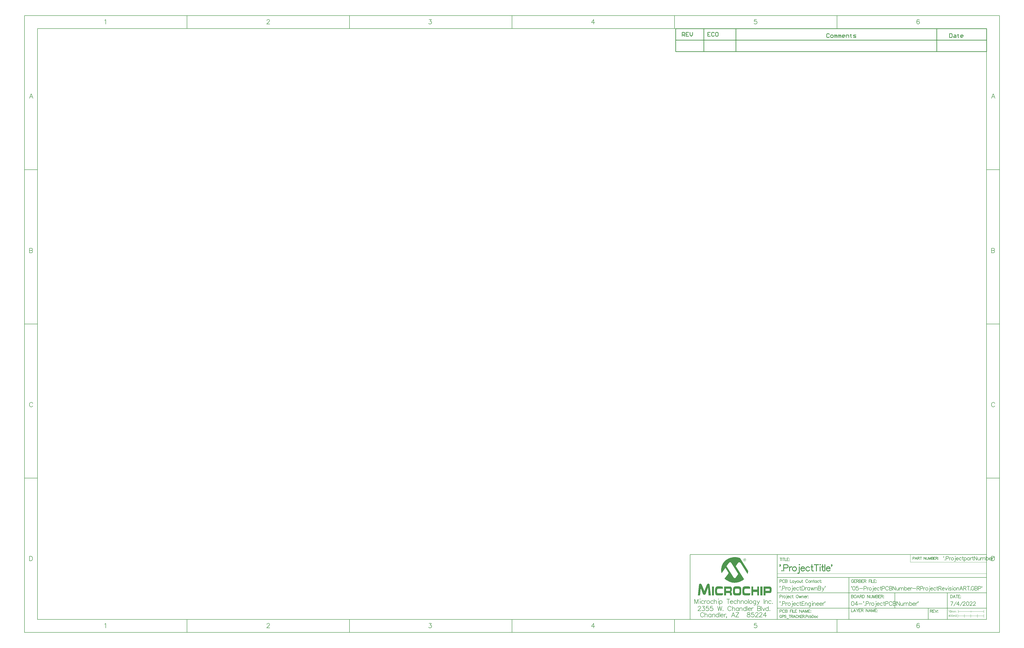
<source format=gbp>
G04*
G04 #@! TF.GenerationSoftware,Altium Limited,Altium Designer,22.6.1 (34)*
G04*
G04 Layer_Color=128*
%FSLAX43Y43*%
%MOMM*%
G71*
G04*
G04 #@! TF.SameCoordinates,D55714FD-7612-40EE-B6C0-6C4E7D2459FC*
G04*
G04*
G04 #@! TF.FilePolarity,Positive*
G04*
G01*
G75*
%ADD11C,0.200*%
%ADD12C,0.100*%
%ADD13C,0.254*%
%ADD15C,0.127*%
%ADD16C,0.180*%
%ADD17C,0.178*%
%ADD18C,0.150*%
%ADD19C,0.350*%
G36*
X259352Y-135547D02*
X259440Y-135573D01*
X259542Y-135611D01*
X259631Y-135674D01*
X259720Y-135776D01*
X259783Y-135903D01*
X259809Y-135992D01*
X259809Y-136081D01*
X259809Y-136106D01*
X259796Y-136170D01*
X259783Y-136259D01*
X259745Y-136373D01*
X259682Y-136474D01*
X259580Y-136563D01*
X259440Y-136640D01*
X259364Y-136652D01*
X259263Y-136665D01*
X259225Y-136665D01*
X259174Y-136652D01*
X259123Y-136640D01*
X258983Y-136589D01*
X258907Y-136551D01*
X258844Y-136500D01*
X258831Y-136487D01*
X258818Y-136462D01*
X258793Y-136436D01*
X258767Y-136386D01*
X258704Y-136246D01*
X258691Y-136170D01*
X258678Y-136081D01*
X258678Y-136068D01*
X258678Y-136043D01*
X258691Y-136005D01*
X258704Y-135941D01*
X258755Y-135827D01*
X258805Y-135763D01*
X258856Y-135700D01*
X258869Y-135687D01*
X258882Y-135674D01*
X258920Y-135649D01*
X258971Y-135611D01*
X259098Y-135560D01*
X259174Y-135547D01*
X259263Y-135535D01*
X259288Y-135535D01*
X259352Y-135547D01*
X259352Y-135547D02*
G37*
G36*
X255732Y-135052D02*
X255859Y-135065D01*
X255986Y-135077D01*
X256138Y-135090D01*
X256456Y-135141D01*
X256799Y-135217D01*
X257154Y-135319D01*
X257510Y-135458D01*
X260685Y-140500D01*
X260685Y-140513D01*
X260685Y-140538D01*
X260672Y-140589D01*
X260672Y-140653D01*
X260660Y-140742D01*
X260647Y-140831D01*
X260596Y-141046D01*
X260596Y-141059D01*
X260583Y-141097D01*
X260571Y-141161D01*
X260558Y-141237D01*
X260533Y-141326D01*
X260495Y-141427D01*
X260431Y-141669D01*
X257675Y-137363D01*
X257662Y-137351D01*
X257637Y-137313D01*
X257586Y-137262D01*
X257535Y-137198D01*
X257459Y-137135D01*
X257370Y-137084D01*
X257281Y-137046D01*
X257180Y-137033D01*
X257142Y-137033D01*
X257091Y-137046D01*
X257027Y-137071D01*
X256964Y-137109D01*
X256888Y-137173D01*
X256799Y-137249D01*
X256723Y-137351D01*
X255808Y-138608D01*
X259034Y-143713D01*
X259021Y-143726D01*
X258958Y-143777D01*
X258882Y-143840D01*
X258755Y-143929D01*
X258615Y-144031D01*
X258437Y-144145D01*
X258221Y-144272D01*
X257993Y-144399D01*
X257726Y-144526D01*
X257447Y-144653D01*
X257142Y-144768D01*
X256812Y-144869D01*
X256456Y-144958D01*
X256088Y-145022D01*
X255707Y-145072D01*
X255300Y-145085D01*
X255199Y-145085D01*
X255084Y-145072D01*
X254932Y-145060D01*
X254741Y-145034D01*
X254513Y-144996D01*
X254259Y-144945D01*
X253992Y-144882D01*
X253700Y-144793D01*
X253383Y-144679D01*
X253065Y-144552D01*
X252748Y-144387D01*
X252417Y-144196D01*
X252087Y-143980D01*
X251770Y-143726D01*
X251465Y-143434D01*
X252836Y-141542D01*
X252849Y-141529D01*
X252875Y-141478D01*
X252887Y-141440D01*
X252900Y-141389D01*
X252925Y-141313D01*
X252938Y-141237D01*
X252938Y-141224D01*
X252938Y-141212D01*
X252925Y-141135D01*
X252875Y-141008D01*
X252836Y-140932D01*
X252786Y-140856D01*
X251770Y-139268D01*
X250258Y-141364D01*
X250258Y-141351D01*
X250246Y-141339D01*
X250246Y-141300D01*
X250233Y-141250D01*
X250208Y-141123D01*
X250169Y-140958D01*
X250131Y-140742D01*
X250106Y-140513D01*
X250093Y-140259D01*
X250081Y-139980D01*
X250081Y-139954D01*
X250081Y-139891D01*
X250093Y-139789D01*
X250106Y-139649D01*
X250131Y-139484D01*
X250157Y-139281D01*
X250208Y-139065D01*
X250258Y-138824D01*
X250335Y-138557D01*
X250436Y-138291D01*
X250550Y-138011D01*
X250690Y-137719D01*
X250855Y-137440D01*
X251046Y-137148D01*
X251274Y-136868D01*
X251528Y-136589D01*
X251541Y-136576D01*
X251605Y-136525D01*
X251693Y-136449D01*
X251808Y-136347D01*
X251960Y-136233D01*
X252138Y-136093D01*
X252354Y-135954D01*
X252595Y-135814D01*
X252875Y-135674D01*
X253167Y-135535D01*
X253484Y-135395D01*
X253827Y-135281D01*
X254208Y-135179D01*
X254589Y-135103D01*
X255008Y-135052D01*
X255440Y-135039D01*
X255630Y-135039D01*
X255732Y-135052D01*
X255732Y-135052D02*
G37*
G36*
X260990Y-146520D02*
X261066Y-146520D01*
X261117Y-146533D01*
X261130Y-146533D01*
X261155Y-146546D01*
X261206Y-146571D01*
X261257Y-146596D01*
X261307Y-146647D01*
X261358Y-146698D01*
X261409Y-146774D01*
X261434Y-146876D01*
X261434Y-146888D01*
X261434Y-146914D01*
X261447Y-146952D01*
X261447Y-147015D01*
X261447Y-147092D01*
X261460Y-147181D01*
X261460Y-147295D01*
X261460Y-147435D01*
X259580Y-147384D01*
X259567Y-147384D01*
X259517Y-147396D01*
X259440Y-147422D01*
X259364Y-147460D01*
X259275Y-147549D01*
X259212Y-147676D01*
X259174Y-147752D01*
X259161Y-147854D01*
X259136Y-147955D01*
X259136Y-148082D01*
X259136Y-148463D01*
X259136Y-148476D01*
X259136Y-148489D01*
X259148Y-148565D01*
X259161Y-148679D01*
X259186Y-148806D01*
X259237Y-148933D01*
X259313Y-149047D01*
X259415Y-149124D01*
X259479Y-149136D01*
X259555Y-149149D01*
X261485Y-149149D01*
X261485Y-149174D01*
X261485Y-149238D01*
X261485Y-149327D01*
X261472Y-149441D01*
X261460Y-149568D01*
X261447Y-149682D01*
X261422Y-149771D01*
X261384Y-149848D01*
X261384Y-149860D01*
X261358Y-149873D01*
X261320Y-149898D01*
X261257Y-149936D01*
X261168Y-149975D01*
X261053Y-150000D01*
X260914Y-150013D01*
X260736Y-150025D01*
X259339Y-150025D01*
X259225Y-150000D01*
X259085Y-149975D01*
X258932Y-149936D01*
X258793Y-149873D01*
X258653Y-149784D01*
X258551Y-149657D01*
X258551Y-149644D01*
X258526Y-149606D01*
X258501Y-149543D01*
X258475Y-149441D01*
X258450Y-149327D01*
X258424Y-149174D01*
X258412Y-148997D01*
X258399Y-148793D01*
X258399Y-147765D01*
X258399Y-147752D01*
X258399Y-147727D01*
X258399Y-147676D01*
X258412Y-147625D01*
X258424Y-147473D01*
X258450Y-147295D01*
X258501Y-147104D01*
X258577Y-146914D01*
X258678Y-146761D01*
X258742Y-146685D01*
X258818Y-146634D01*
X258831Y-146634D01*
X258856Y-146609D01*
X258907Y-146596D01*
X258971Y-146571D01*
X259059Y-146546D01*
X259161Y-146533D01*
X259288Y-146507D01*
X260825Y-146507D01*
X260990Y-146520D01*
X260990Y-146520D02*
G37*
G36*
X264914Y-150000D02*
X264178Y-150000D01*
X264178Y-148692D01*
X262628Y-148692D01*
X262628Y-150000D01*
X261942Y-150000D01*
X261942Y-146533D01*
X262628Y-146533D01*
X262628Y-147765D01*
X264178Y-147765D01*
X264178Y-146533D01*
X264914Y-146533D01*
X264914Y-150000D01*
X264914Y-150000D02*
G37*
G36*
X245216Y-145415D02*
X245280Y-145428D01*
X245356Y-145466D01*
X245432Y-145530D01*
X245509Y-145631D01*
X245559Y-145758D01*
X245597Y-145936D01*
X246067Y-150000D01*
X245204Y-150000D01*
X244962Y-147079D01*
X244937Y-147079D01*
X244048Y-149428D01*
X244035Y-149441D01*
X244023Y-149492D01*
X243985Y-149543D01*
X243934Y-149619D01*
X243858Y-149682D01*
X243769Y-149746D01*
X243667Y-149797D01*
X243540Y-149809D01*
X243527Y-149809D01*
X243477Y-149797D01*
X243413Y-149784D01*
X243324Y-149759D01*
X243235Y-149721D01*
X243146Y-149644D01*
X243057Y-149555D01*
X242994Y-149428D01*
X242118Y-147117D01*
X242105Y-147117D01*
X241851Y-150000D01*
X241000Y-150000D01*
X241445Y-145898D01*
X241445Y-145872D01*
X241457Y-145822D01*
X241483Y-145745D01*
X241521Y-145644D01*
X241584Y-145555D01*
X241660Y-145479D01*
X241775Y-145428D01*
X241902Y-145403D01*
X241927Y-145403D01*
X241978Y-145415D01*
X242054Y-145428D01*
X242156Y-145453D01*
X242257Y-145517D01*
X242359Y-145593D01*
X242461Y-145707D01*
X242537Y-145860D01*
X243527Y-148374D01*
X243540Y-148374D01*
X244531Y-145860D01*
X244543Y-145834D01*
X244569Y-145784D01*
X244607Y-145720D01*
X244670Y-145631D01*
X244759Y-145542D01*
X244874Y-145479D01*
X245001Y-145428D01*
X245153Y-145403D01*
X245166Y-145403D01*
X245216Y-145415D01*
X245216Y-145415D02*
G37*
G36*
X269042Y-146546D02*
X269156Y-146558D01*
X269296Y-146609D01*
X269435Y-146673D01*
X269562Y-146774D01*
X269677Y-146927D01*
X269715Y-147015D01*
X269753Y-147117D01*
X269753Y-147130D01*
X269766Y-147155D01*
X269766Y-147219D01*
X269778Y-147282D01*
X269791Y-147371D01*
X269791Y-147473D01*
X269804Y-147600D01*
X269804Y-147727D01*
X269804Y-148006D01*
X269804Y-148019D01*
X269804Y-148031D01*
X269804Y-148108D01*
X269791Y-148209D01*
X269778Y-148349D01*
X269753Y-148489D01*
X269715Y-148641D01*
X269664Y-148781D01*
X269600Y-148895D01*
X269588Y-148908D01*
X269575Y-148933D01*
X269537Y-148971D01*
X269486Y-149009D01*
X269410Y-149047D01*
X269334Y-149086D01*
X269245Y-149111D01*
X269131Y-149124D01*
X267416Y-149124D01*
X267416Y-150000D01*
X266692Y-150000D01*
X266692Y-146533D01*
X268965Y-146533D01*
X269042Y-146546D01*
X269042Y-146546D02*
G37*
G36*
X266235Y-150000D02*
X265422Y-150000D01*
X265422Y-146533D01*
X266235Y-146533D01*
X266235Y-150000D01*
X266235Y-150000D02*
G37*
G36*
X253725Y-146546D02*
X253840Y-146584D01*
X253967Y-146660D01*
X254030Y-146711D01*
X254094Y-146787D01*
X254157Y-146863D01*
X254208Y-146965D01*
X254246Y-147079D01*
X254284Y-147219D01*
X254297Y-147384D01*
X254310Y-147562D01*
X254310Y-147777D01*
X254310Y-147790D01*
X254310Y-147803D01*
X254310Y-147841D01*
X254310Y-147892D01*
X254284Y-148019D01*
X254259Y-148158D01*
X254208Y-148311D01*
X254145Y-148451D01*
X254043Y-148565D01*
X253979Y-148616D01*
X253916Y-148641D01*
X253916Y-148654D01*
X253929Y-148654D01*
X253979Y-148679D01*
X254043Y-148730D01*
X254119Y-148793D01*
X254183Y-148895D01*
X254246Y-149022D01*
X254297Y-149200D01*
X254310Y-149314D01*
X254310Y-149428D01*
X254310Y-150000D01*
X253573Y-150000D01*
X253573Y-149594D01*
X253573Y-149581D01*
X253573Y-149543D01*
X253573Y-149492D01*
X253573Y-149441D01*
X253560Y-149314D01*
X253560Y-149263D01*
X253548Y-149225D01*
X253535Y-149200D01*
X253497Y-149162D01*
X253408Y-149124D01*
X253294Y-149098D01*
X252011Y-149098D01*
X252011Y-150000D01*
X251274Y-150000D01*
X251274Y-146533D01*
X253649Y-146533D01*
X253725Y-146546D01*
X253725Y-146546D02*
G37*
G36*
X247312Y-150000D02*
X246499Y-150000D01*
X246499Y-146533D01*
X247312Y-146533D01*
X247312Y-150000D01*
X247312Y-150000D02*
G37*
G36*
X257154Y-146520D02*
X257281Y-146546D01*
X257421Y-146584D01*
X257561Y-146634D01*
X257675Y-146711D01*
X257777Y-146812D01*
X257789Y-146825D01*
X257815Y-146863D01*
X257840Y-146939D01*
X257891Y-147041D01*
X257929Y-147181D01*
X257954Y-147333D01*
X257980Y-147523D01*
X257993Y-147752D01*
X257993Y-148781D01*
X257993Y-148793D01*
X257993Y-148819D01*
X257993Y-148870D01*
X257980Y-148933D01*
X257967Y-149098D01*
X257929Y-149289D01*
X257866Y-149492D01*
X257777Y-149682D01*
X257650Y-149848D01*
X257574Y-149911D01*
X257485Y-149962D01*
X257472Y-149962D01*
X257447Y-149975D01*
X257408Y-149987D01*
X257345Y-149987D01*
X257269Y-150000D01*
X257180Y-150013D01*
X257066Y-150025D01*
X255694Y-150025D01*
X255592Y-150013D01*
X255453Y-149987D01*
X255313Y-149949D01*
X255173Y-149886D01*
X255034Y-149809D01*
X254932Y-149695D01*
X254919Y-149682D01*
X254907Y-149644D01*
X254868Y-149568D01*
X254843Y-149467D01*
X254805Y-149340D01*
X254767Y-149187D01*
X254754Y-148997D01*
X254741Y-148781D01*
X254741Y-147752D01*
X254741Y-147739D01*
X254741Y-147701D01*
X254741Y-147650D01*
X254754Y-147587D01*
X254754Y-147511D01*
X254780Y-147409D01*
X254818Y-147206D01*
X254894Y-147003D01*
X254995Y-146800D01*
X255059Y-146723D01*
X255148Y-146647D01*
X255237Y-146584D01*
X255338Y-146546D01*
X255351Y-146546D01*
X255376Y-146533D01*
X255415Y-146533D01*
X255465Y-146520D01*
X255529Y-146520D01*
X255605Y-146507D01*
X257053Y-146507D01*
X257154Y-146520D01*
X257154Y-146520D02*
G37*
G36*
X250081Y-146520D02*
X250258Y-146520D01*
X250411Y-146533D01*
X250487Y-146546D01*
X250538Y-146558D01*
X250589Y-146571D01*
X250614Y-146584D01*
X250627Y-146584D01*
X250639Y-146609D01*
X250677Y-146660D01*
X250716Y-146723D01*
X250741Y-146825D01*
X250779Y-146965D01*
X250792Y-147155D01*
X250804Y-147257D01*
X250804Y-147384D01*
X248912Y-147384D01*
X248823Y-147396D01*
X248722Y-147447D01*
X248671Y-147473D01*
X248620Y-147523D01*
X248620Y-147536D01*
X248607Y-147549D01*
X248582Y-147587D01*
X248569Y-147650D01*
X248544Y-147727D01*
X248518Y-147816D01*
X248506Y-147943D01*
X248506Y-148082D01*
X248506Y-148463D01*
X248506Y-148476D01*
X248506Y-148527D01*
X248506Y-148603D01*
X248518Y-148679D01*
X248531Y-148857D01*
X248544Y-148933D01*
X248569Y-148984D01*
X248569Y-148997D01*
X248582Y-149009D01*
X248645Y-149060D01*
X248696Y-149098D01*
X248760Y-149124D01*
X248836Y-149136D01*
X248925Y-149149D01*
X250855Y-149149D01*
X250855Y-149174D01*
X250855Y-149225D01*
X250855Y-149314D01*
X250843Y-149416D01*
X250830Y-149530D01*
X250817Y-149644D01*
X250792Y-149733D01*
X250754Y-149809D01*
X250741Y-149822D01*
X250728Y-149848D01*
X250677Y-149873D01*
X250627Y-149911D01*
X250538Y-149962D01*
X250423Y-149987D01*
X250284Y-150013D01*
X250106Y-150025D01*
X248709Y-150025D01*
X248595Y-150013D01*
X248480Y-149987D01*
X248341Y-149962D01*
X248201Y-149911D01*
X248074Y-149835D01*
X247972Y-149746D01*
X247960Y-149733D01*
X247934Y-149695D01*
X247896Y-149619D01*
X247858Y-149517D01*
X247820Y-149390D01*
X247782Y-149225D01*
X247756Y-149022D01*
X247744Y-148781D01*
X247744Y-147752D01*
X247744Y-147739D01*
X247744Y-147701D01*
X247744Y-147650D01*
X247756Y-147574D01*
X247769Y-147485D01*
X247782Y-147396D01*
X247833Y-147181D01*
X247922Y-146965D01*
X248049Y-146761D01*
X248125Y-146673D01*
X248226Y-146609D01*
X248328Y-146558D01*
X248455Y-146520D01*
X248480Y-146520D01*
X248557Y-146507D01*
X249915Y-146507D01*
X250081Y-146520D01*
X250081Y-146520D02*
G37*
%LPC*%
G36*
X259263Y-135624D02*
X259237Y-135624D01*
X259186Y-135636D01*
X259110Y-135649D01*
X259021Y-135674D01*
X258920Y-135738D01*
X258844Y-135814D01*
X258793Y-135928D01*
X258767Y-136081D01*
X258767Y-136093D01*
X258767Y-136119D01*
X258780Y-136157D01*
X258780Y-136195D01*
X258831Y-136322D01*
X258856Y-136373D01*
X258907Y-136436D01*
X258920Y-136436D01*
X258932Y-136462D01*
X259009Y-136500D01*
X259110Y-136551D01*
X259186Y-136563D01*
X259263Y-136576D01*
X259288Y-136576D01*
X259339Y-136563D01*
X259402Y-136551D01*
X259491Y-136513D01*
X259580Y-136449D01*
X259644Y-136373D01*
X259694Y-136246D01*
X259720Y-136081D01*
X259720Y-136055D01*
X259707Y-136005D01*
X259694Y-135941D01*
X259669Y-135852D01*
X259605Y-135763D01*
X259529Y-135700D01*
X259415Y-135649D01*
X259263Y-135624D01*
X259263Y-135624D02*
G37*
%LPD*%
G36*
X259390Y-135789D02*
X259428Y-135814D01*
X259466Y-135839D01*
X259491Y-135890D01*
X259504Y-135954D01*
X259504Y-135966D01*
X259504Y-135979D01*
X259479Y-136043D01*
X259440Y-136119D01*
X259390Y-136144D01*
X259339Y-136157D01*
X259517Y-136436D01*
X259415Y-136436D01*
X259225Y-136157D01*
X259123Y-136157D01*
X259123Y-136436D01*
X259021Y-136436D01*
X259021Y-135763D01*
X259301Y-135763D01*
X259390Y-135789D01*
X259390Y-135789D02*
G37*
%LPC*%
G36*
X259288Y-135852D02*
X259123Y-135852D01*
X259123Y-136068D01*
X259301Y-136068D01*
X259339Y-136055D01*
X259377Y-136017D01*
X259390Y-135954D01*
X259390Y-135941D01*
X259377Y-135903D01*
X259352Y-135865D01*
X259288Y-135852D01*
X259288Y-135852D02*
G37*
G36*
X253611Y-137021D02*
X253573Y-137021D01*
X253522Y-137033D01*
X253459Y-137059D01*
X253383Y-137097D01*
X253306Y-137160D01*
X253217Y-137236D01*
X253129Y-137338D01*
X252227Y-138595D01*
X254932Y-142875D01*
X254945Y-142888D01*
X254970Y-142939D01*
X255021Y-142990D01*
X255084Y-143066D01*
X255148Y-143129D01*
X255224Y-143193D01*
X255313Y-143244D01*
X255389Y-143256D01*
X255440Y-143256D01*
X255478Y-143244D01*
X255542Y-143218D01*
X255618Y-143193D01*
X255694Y-143142D01*
X255770Y-143066D01*
X255846Y-142977D01*
X256786Y-141618D01*
X254081Y-137351D01*
X254068Y-137338D01*
X254043Y-137300D01*
X254005Y-137249D01*
X253941Y-137186D01*
X253878Y-137122D01*
X253802Y-137071D01*
X253713Y-137033D01*
X253611Y-137021D01*
X253611Y-137021D02*
G37*
G36*
X268775Y-147371D02*
X267416Y-147371D01*
X267416Y-148260D01*
X268864Y-148260D01*
X268889Y-148235D01*
X268940Y-148209D01*
X268978Y-148171D01*
X269004Y-148108D01*
X269029Y-148019D01*
X269042Y-147892D01*
X269042Y-147765D01*
X269042Y-147752D01*
X269042Y-147701D01*
X269029Y-147638D01*
X269004Y-147562D01*
X268978Y-147498D01*
X268927Y-147435D01*
X268864Y-147384D01*
X268775Y-147371D01*
X268775Y-147371D02*
G37*
G36*
X253256Y-147371D02*
X252011Y-147371D01*
X252011Y-148235D01*
X253383Y-148235D01*
X253421Y-148209D01*
X253484Y-148184D01*
X253535Y-148146D01*
X253573Y-148082D01*
X253611Y-147993D01*
X253624Y-147866D01*
X253624Y-147765D01*
X253624Y-147752D01*
X253624Y-147701D01*
X253611Y-147638D01*
X253573Y-147562D01*
X253535Y-147498D01*
X253471Y-147435D01*
X253383Y-147384D01*
X253256Y-147371D01*
X253256Y-147371D02*
G37*
G36*
X256786Y-147371D02*
X255897Y-147371D01*
X255859Y-147384D01*
X255808Y-147396D01*
X255707Y-147435D01*
X255656Y-147485D01*
X255605Y-147536D01*
X255605Y-147549D01*
X255592Y-147562D01*
X255567Y-147600D01*
X255554Y-147663D01*
X255529Y-147739D01*
X255503Y-147828D01*
X255491Y-147943D01*
X255491Y-148082D01*
X255491Y-148463D01*
X255491Y-148476D01*
X255491Y-148527D01*
X255491Y-148590D01*
X255503Y-148679D01*
X255529Y-148857D01*
X255542Y-148946D01*
X255567Y-149009D01*
X255580Y-149035D01*
X255643Y-149073D01*
X255681Y-149098D01*
X255745Y-149124D01*
X255808Y-149136D01*
X255897Y-149149D01*
X256850Y-149149D01*
X256900Y-149136D01*
X256964Y-149111D01*
X257053Y-149060D01*
X257129Y-148984D01*
X257205Y-148857D01*
X257231Y-148781D01*
X257256Y-148692D01*
X257269Y-148578D01*
X257269Y-148463D01*
X257269Y-148082D01*
X257269Y-148070D01*
X257269Y-148019D01*
X257256Y-147955D01*
X257256Y-147866D01*
X257205Y-147689D01*
X257180Y-147600D01*
X257129Y-147536D01*
X257129Y-147523D01*
X257104Y-147511D01*
X257040Y-147447D01*
X256926Y-147396D01*
X256862Y-147384D01*
X256786Y-147371D01*
X256786Y-147371D02*
G37*
%LPD*%
D11*
X337071Y-134893D02*
X337000Y-134822D01*
X337071Y-134750D01*
X337143Y-134822D01*
X337143Y-134965D01*
X337071Y-135107D01*
X337000Y-135179D01*
X337543Y-136107D02*
X337471Y-136179D01*
X337543Y-136250D01*
X337614Y-136179D01*
X337543Y-136107D01*
X337943Y-135536D02*
X338585Y-135536D01*
X338800Y-135464D01*
X338871Y-135393D01*
X338942Y-135250D01*
X338942Y-135036D01*
X338871Y-134893D01*
X338800Y-134822D01*
X338585Y-134750D01*
X337943Y-134750D01*
X337943Y-136250D01*
X339278Y-135250D02*
X339278Y-136250D01*
X339278Y-135679D02*
X339350Y-135464D01*
X339492Y-135322D01*
X339635Y-135250D01*
X339849Y-135250D01*
X340342Y-135250D02*
X340199Y-135322D01*
X340057Y-135464D01*
X339985Y-135679D01*
X339985Y-135821D01*
X340057Y-136036D01*
X340199Y-136179D01*
X340342Y-136250D01*
X340556Y-136250D01*
X340699Y-136179D01*
X340842Y-136036D01*
X340913Y-135821D01*
X340913Y-135679D01*
X340842Y-135464D01*
X340699Y-135322D01*
X340556Y-135250D01*
X340342Y-135250D01*
X341528Y-134750D02*
X341599Y-134822D01*
X341670Y-134750D01*
X341599Y-134679D01*
X341528Y-134750D01*
X341599Y-135250D02*
X341599Y-136464D01*
X341528Y-136678D01*
X341385Y-136750D01*
X341242Y-136750D01*
X341949Y-135679D02*
X342806Y-135679D01*
X342806Y-135536D01*
X342734Y-135393D01*
X342663Y-135322D01*
X342520Y-135250D01*
X342306Y-135250D01*
X342163Y-135322D01*
X342020Y-135464D01*
X341949Y-135679D01*
X341949Y-135821D01*
X342020Y-136036D01*
X342163Y-136179D01*
X342306Y-136250D01*
X342520Y-136250D01*
X342663Y-136179D01*
X342806Y-136036D01*
X343984Y-135464D02*
X343841Y-135322D01*
X343699Y-135250D01*
X343484Y-135250D01*
X343342Y-135322D01*
X343199Y-135464D01*
X343127Y-135679D01*
X343127Y-135821D01*
X343199Y-136036D01*
X343342Y-136179D01*
X343484Y-136250D01*
X343699Y-136250D01*
X343841Y-136179D01*
X343984Y-136036D01*
X344520Y-134750D02*
X344520Y-135964D01*
X344591Y-136179D01*
X344734Y-136250D01*
X344877Y-136250D01*
X344306Y-135250D02*
X344805Y-135250D01*
X345091Y-135250D02*
X345091Y-136750D01*
X345091Y-135464D02*
X345234Y-135322D01*
X345377Y-135250D01*
X345591Y-135250D01*
X345734Y-135322D01*
X345877Y-135464D01*
X345948Y-135679D01*
X345948Y-135821D01*
X345877Y-136036D01*
X345734Y-136179D01*
X345591Y-136250D01*
X345377Y-136250D01*
X345234Y-136179D01*
X345091Y-136036D01*
X347126Y-135250D02*
X347126Y-136250D01*
X347126Y-135464D02*
X346984Y-135322D01*
X346841Y-135250D01*
X346627Y-135250D01*
X346484Y-135322D01*
X346341Y-135464D01*
X346269Y-135679D01*
X346269Y-135821D01*
X346341Y-136036D01*
X346484Y-136179D01*
X346627Y-136250D01*
X346841Y-136250D01*
X346984Y-136179D01*
X347126Y-136036D01*
X347526Y-135250D02*
X347526Y-136250D01*
X347526Y-135679D02*
X347598Y-135464D01*
X347741Y-135322D01*
X347883Y-135250D01*
X348098Y-135250D01*
X348448Y-134750D02*
X348448Y-135964D01*
X348519Y-136179D01*
X348662Y-136250D01*
X348805Y-136250D01*
X348233Y-135250D02*
X348733Y-135250D01*
X349019Y-134750D02*
X349019Y-136250D01*
X349019Y-134750D02*
X350019Y-136250D01*
X350019Y-134750D02*
X350019Y-136250D01*
X350433Y-135250D02*
X350433Y-135964D01*
X350504Y-136179D01*
X350647Y-136250D01*
X350861Y-136250D01*
X351004Y-136179D01*
X351218Y-135964D01*
X351218Y-135250D02*
X351218Y-136250D01*
X351611Y-135250D02*
X351611Y-136250D01*
X351611Y-135536D02*
X351825Y-135322D01*
X351968Y-135250D01*
X352182Y-135250D01*
X352325Y-135322D01*
X352397Y-135536D01*
X352397Y-136250D01*
X352397Y-135536D02*
X352611Y-135322D01*
X352754Y-135250D01*
X352968Y-135250D01*
X353111Y-135322D01*
X353182Y-135536D01*
X353182Y-136250D01*
X353654Y-134750D02*
X353654Y-136250D01*
X353654Y-135464D02*
X353796Y-135322D01*
X353939Y-135250D01*
X354154Y-135250D01*
X354296Y-135322D01*
X354439Y-135464D01*
X354511Y-135679D01*
X354511Y-135821D01*
X354439Y-136036D01*
X354296Y-136179D01*
X354154Y-136250D01*
X353939Y-136250D01*
X353796Y-136179D01*
X353654Y-136036D01*
X354832Y-135679D02*
X355689Y-135679D01*
X355689Y-135536D01*
X355617Y-135393D01*
X355546Y-135322D01*
X355403Y-135250D01*
X355189Y-135250D01*
X355046Y-135322D01*
X354903Y-135464D01*
X354832Y-135679D01*
X354832Y-135821D01*
X354903Y-136036D01*
X355046Y-136179D01*
X355189Y-136250D01*
X355403Y-136250D01*
X355546Y-136179D01*
X355689Y-136036D01*
X356010Y-135250D02*
X356010Y-136250D01*
X356010Y-135679D02*
X356082Y-135464D01*
X356224Y-135322D01*
X356367Y-135250D01*
X356582Y-135250D01*
X356789Y-134893D02*
X356717Y-134822D01*
X356789Y-134750D01*
X356860Y-134822D01*
X356860Y-134965D01*
X356789Y-135107D01*
X356717Y-135179D01*
D12*
X347700Y-156600D02*
X347700Y-156000D01*
X342540Y-158635D02*
X342540Y-157365D01*
X345080Y-158635D02*
X345080Y-157365D01*
X347620Y-158635D02*
X347620Y-157365D01*
X350160Y-158635D02*
X350160Y-157365D01*
X352700Y-158635D02*
X352700Y-157365D01*
X342540Y-158000D02*
X352700Y-158000D01*
X342700Y-156300D02*
X352700Y-156300D01*
X353820Y-137000D02*
X353820Y-137000D01*
X342700Y-156800D02*
X342700Y-155800D01*
X352700Y-156800D02*
X352700Y-155800D01*
X324000Y-137000D02*
X324000Y-134000D01*
X324000Y-137000D02*
X353820Y-137000D01*
X272000Y-141500D02*
X353820Y-141500D01*
X339233Y-157600D02*
X338900Y-158067D01*
X339400Y-158067D01*
X339233Y-157600D02*
X339233Y-158300D01*
X339723Y-157600D02*
X339623Y-157633D01*
X339557Y-157733D01*
X339523Y-157900D01*
X339523Y-158000D01*
X339557Y-158167D01*
X339623Y-158267D01*
X339723Y-158300D01*
X339790Y-158300D01*
X339890Y-158267D01*
X339956Y-158167D01*
X339990Y-158000D01*
X339990Y-157900D01*
X339956Y-157733D01*
X339890Y-157633D01*
X339790Y-157600D01*
X339723Y-157600D01*
X340346Y-157600D02*
X340246Y-157633D01*
X340180Y-157733D01*
X340146Y-157900D01*
X340146Y-158000D01*
X340180Y-158167D01*
X340246Y-158267D01*
X340346Y-158300D01*
X340413Y-158300D01*
X340513Y-158267D01*
X340580Y-158167D01*
X340613Y-158000D01*
X340613Y-157900D01*
X340580Y-157733D01*
X340513Y-157633D01*
X340413Y-157600D01*
X340346Y-157600D01*
X340770Y-157833D02*
X340770Y-158300D01*
X340770Y-157967D02*
X340870Y-157867D01*
X340936Y-157833D01*
X341036Y-157833D01*
X341103Y-157867D01*
X341136Y-157967D01*
X341136Y-158300D01*
X341136Y-157967D02*
X341236Y-157867D01*
X341303Y-157833D01*
X341403Y-157833D01*
X341469Y-157867D01*
X341503Y-157967D01*
X341503Y-158300D01*
X341789Y-157600D02*
X341823Y-157633D01*
X341856Y-157600D01*
X341823Y-157567D01*
X341789Y-157600D01*
X341823Y-157833D02*
X341823Y-158300D01*
X341979Y-157600D02*
X341979Y-158300D01*
X339000Y-156033D02*
X339067Y-156000D01*
X339167Y-155900D01*
X339167Y-156600D01*
X339713Y-155900D02*
X339613Y-155933D01*
X339547Y-156033D01*
X339513Y-156200D01*
X339513Y-156300D01*
X339547Y-156467D01*
X339613Y-156567D01*
X339713Y-156600D01*
X339780Y-156600D01*
X339880Y-156567D01*
X339946Y-156467D01*
X339980Y-156300D01*
X339980Y-156200D01*
X339946Y-156033D01*
X339880Y-155933D01*
X339780Y-155900D01*
X339713Y-155900D01*
X340136Y-156133D02*
X340136Y-156600D01*
X340136Y-156267D02*
X340236Y-156167D01*
X340303Y-156133D01*
X340403Y-156133D01*
X340470Y-156167D01*
X340503Y-156267D01*
X340503Y-156600D01*
X340503Y-156267D02*
X340603Y-156167D01*
X340670Y-156133D01*
X340770Y-156133D01*
X340836Y-156167D01*
X340870Y-156267D01*
X340870Y-156600D01*
X341090Y-156133D02*
X341090Y-156600D01*
X341090Y-156267D02*
X341190Y-156167D01*
X341256Y-156133D01*
X341356Y-156133D01*
X341423Y-156167D01*
X341456Y-156267D01*
X341456Y-156600D01*
X341456Y-156267D02*
X341556Y-156167D01*
X341623Y-156133D01*
X341723Y-156133D01*
X341789Y-156167D01*
X341823Y-156267D01*
X341823Y-156600D01*
D13*
X353820Y62720D02*
X353820Y71720D01*
X232320Y71720D02*
X353820Y71720D01*
X255820Y62720D02*
X255820Y67220D01*
X232320Y67220D02*
X232320Y71720D01*
X232320Y67220D02*
X353820Y67220D01*
X243320Y67220D02*
X243320Y71720D01*
X255820Y67220D02*
X255820Y71720D01*
X334320Y67220D02*
X334320Y71720D01*
X232320Y62720D02*
X232320Y67220D01*
X232320Y62720D02*
X353820Y62720D01*
X334320Y62720D02*
X334320Y67220D01*
X243320Y62720D02*
X243320Y67220D01*
X234820Y68720D02*
X234820Y70244D01*
X235582Y70244D01*
X235836Y69990D01*
X235836Y69482D01*
X235582Y69228D01*
X234820Y69228D01*
X235328Y69228D02*
X235836Y68720D01*
X237359Y70244D02*
X236344Y70244D01*
X236344Y68720D01*
X237359Y68720D01*
X236344Y69482D02*
X236851Y69482D01*
X237867Y70244D02*
X237867Y69228D01*
X238375Y68720D01*
X238883Y69228D01*
X238883Y70244D01*
X245836Y70244D02*
X244820Y70244D01*
X244820Y68720D01*
X245836Y68720D01*
X244820Y69482D02*
X245328Y69482D01*
X247359Y69990D02*
X247105Y70244D01*
X246597Y70244D01*
X246344Y69990D01*
X246344Y68974D01*
X246597Y68720D01*
X247105Y68720D01*
X247359Y68974D01*
X248629Y70244D02*
X248121Y70244D01*
X247867Y69990D01*
X247867Y68974D01*
X248121Y68720D01*
X248629Y68720D01*
X248883Y68974D01*
X248883Y69990D01*
X248629Y70244D01*
X292336Y69490D02*
X292082Y69744D01*
X291574Y69744D01*
X291320Y69490D01*
X291320Y68474D01*
X291574Y68220D01*
X292082Y68220D01*
X292336Y68474D01*
X293097Y68220D02*
X293605Y68220D01*
X293859Y68474D01*
X293859Y68982D01*
X293605Y69236D01*
X293097Y69236D01*
X292844Y68982D01*
X292844Y68474D01*
X293097Y68220D01*
X294367Y68220D02*
X294367Y69236D01*
X294621Y69236D01*
X294875Y68982D01*
X294875Y68220D01*
X294875Y68982D01*
X295129Y69236D01*
X295383Y68982D01*
X295383Y68220D01*
X295891Y68220D02*
X295891Y69236D01*
X296144Y69236D01*
X296398Y68982D01*
X296398Y68220D01*
X296398Y68982D01*
X296652Y69236D01*
X296906Y68982D01*
X296906Y68220D01*
X298176Y68220D02*
X297668Y68220D01*
X297414Y68474D01*
X297414Y68982D01*
X297668Y69236D01*
X298176Y69236D01*
X298430Y68982D01*
X298430Y68728D01*
X297414Y68728D01*
X298938Y68220D02*
X298938Y69236D01*
X299699Y69236D01*
X299953Y68982D01*
X299953Y68220D01*
X300715Y69490D02*
X300715Y69236D01*
X300461Y69236D01*
X300969Y69236D01*
X300715Y69236D01*
X300715Y68474D01*
X300969Y68220D01*
X301731Y68220D02*
X302492Y68220D01*
X302746Y68474D01*
X302492Y68728D01*
X301985Y68728D01*
X301731Y68982D01*
X301985Y69236D01*
X302746Y69236D01*
X339320Y69744D02*
X339320Y68220D01*
X340082Y68220D01*
X340336Y68474D01*
X340336Y69490D01*
X340082Y69744D01*
X339320Y69744D01*
X341097Y69236D02*
X341605Y69236D01*
X341859Y68982D01*
X341859Y68220D01*
X341097Y68220D01*
X340844Y68474D01*
X341097Y68728D01*
X341859Y68728D01*
X342621Y69490D02*
X342621Y69236D01*
X342367Y69236D01*
X342875Y69236D01*
X342621Y69236D01*
X342621Y68474D01*
X342875Y68220D01*
X344398Y68220D02*
X343891Y68220D01*
X343637Y68474D01*
X343637Y68982D01*
X343891Y69236D01*
X344398Y69236D01*
X344652Y68982D01*
X344652Y68728D01*
X343637Y68728D01*
D15*
X331000Y-159420D02*
X331000Y-155000D01*
X300000Y-159420D02*
X300000Y-143000D01*
X318000Y-155000D02*
X318000Y-149000D01*
X338500Y-159420D02*
X338500Y-149000D01*
X238000Y-159420D02*
X238000Y-134000D01*
X272000Y-159420D02*
X272000Y-134000D01*
X353820Y-159420D02*
X353820Y-134000D01*
X238000Y-159420D02*
X353820Y-159420D01*
X272000Y-155000D02*
X353820Y-155000D01*
X272000Y-149000D02*
X353820Y-149000D01*
X272000Y-143000D02*
X353820Y-143000D01*
X238000Y-134000D02*
X353820Y-134000D01*
X203960Y-159420D02*
X239520Y-159420D01*
X41400Y-164500D02*
X41400Y-159420D01*
X-22100Y-104175D02*
X-17020Y-104175D01*
X-22100Y-43850D02*
X-17020Y-43850D01*
X-22100Y16475D02*
X-17020Y16475D01*
X-17020Y-159420D02*
X353820Y-159420D01*
X-17020Y-159420D02*
X-17020Y71720D01*
X-22100Y-164500D02*
X358900Y-164500D01*
X-22100Y-164500D02*
X-22100Y76800D01*
X353820Y-159420D02*
X353820Y-128940D01*
X104900Y-164500D02*
X104900Y-159420D01*
X168400Y-164500D02*
X168400Y-159420D01*
X231900Y-164500D02*
X231900Y-159420D01*
X295400Y-164500D02*
X295400Y-159420D01*
X353820Y-104175D02*
X358900Y-104175D01*
X353820Y-43850D02*
X358900Y-43850D01*
X353820Y16475D02*
X358900Y16475D01*
X358900Y-164500D02*
X358900Y76800D01*
X353820Y-159420D02*
X353820Y71720D01*
X41400Y71720D02*
X41400Y76800D01*
X-22100Y76800D02*
X358900Y76800D01*
X-17020Y71720D02*
X353820Y71720D01*
X104900Y71720D02*
X104900Y76800D01*
X168400Y71720D02*
X168400Y76800D01*
X231900Y71720D02*
X231900Y76800D01*
X295400Y71720D02*
X295400Y76800D01*
X301000Y-155357D02*
X301000Y-156500D01*
X301653Y-156500D01*
X302649Y-156500D02*
X302214Y-155357D01*
X301778Y-156500D01*
X301941Y-156119D02*
X302486Y-156119D01*
X302915Y-155357D02*
X303351Y-155901D01*
X303351Y-156500D01*
X303786Y-155357D02*
X303351Y-155901D01*
X304641Y-155357D02*
X303933Y-155357D01*
X303933Y-156500D01*
X304641Y-156500D01*
X303933Y-155901D02*
X304368Y-155901D01*
X304831Y-155357D02*
X304831Y-156500D01*
X304831Y-155357D02*
X305321Y-155357D01*
X305484Y-155412D01*
X305538Y-155466D01*
X305593Y-155575D01*
X305593Y-155684D01*
X305538Y-155793D01*
X305484Y-155847D01*
X305321Y-155901D01*
X304831Y-155901D01*
X305212Y-155901D02*
X305593Y-156500D01*
X306746Y-155357D02*
X306746Y-156500D01*
X306746Y-155357D02*
X307508Y-156500D01*
X307508Y-155357D02*
X307508Y-156500D01*
X308695Y-156500D02*
X308259Y-155357D01*
X307824Y-156500D01*
X307987Y-156119D02*
X308531Y-156119D01*
X308961Y-155357D02*
X308961Y-156500D01*
X308961Y-155357D02*
X309397Y-156500D01*
X309832Y-155357D02*
X309397Y-156500D01*
X309832Y-155357D02*
X309832Y-156500D01*
X310866Y-155357D02*
X310158Y-155357D01*
X310158Y-156500D01*
X310866Y-156500D01*
X310158Y-155901D02*
X310594Y-155901D01*
X311111Y-155738D02*
X311056Y-155793D01*
X311111Y-155847D01*
X311165Y-155793D01*
X311111Y-155738D01*
X311111Y-156391D02*
X311056Y-156446D01*
X311111Y-156500D01*
X311165Y-156446D01*
X311111Y-156391D01*
X331750Y-155607D02*
X331750Y-156750D01*
X331750Y-155607D02*
X332240Y-155607D01*
X332403Y-155662D01*
X332457Y-155716D01*
X332512Y-155825D01*
X332512Y-155934D01*
X332457Y-156043D01*
X332403Y-156097D01*
X332240Y-156151D01*
X331750Y-156151D01*
X332131Y-156151D02*
X332512Y-156750D01*
X333475Y-155607D02*
X332768Y-155607D01*
X332768Y-156750D01*
X333475Y-156750D01*
X332768Y-156151D02*
X333203Y-156151D01*
X333665Y-155607D02*
X334101Y-156750D01*
X334536Y-155607D02*
X334101Y-156750D01*
X334737Y-155988D02*
X334683Y-156043D01*
X334737Y-156097D01*
X334792Y-156043D01*
X334737Y-155988D01*
X334737Y-156641D02*
X334683Y-156696D01*
X334737Y-156750D01*
X334792Y-156696D01*
X334737Y-156641D01*
X339700Y-149857D02*
X339700Y-151000D01*
X339700Y-149857D02*
X340081Y-149857D01*
X340244Y-149912D01*
X340353Y-150020D01*
X340407Y-150129D01*
X340462Y-150293D01*
X340462Y-150565D01*
X340407Y-150728D01*
X340353Y-150837D01*
X340244Y-150946D01*
X340081Y-151000D01*
X339700Y-151000D01*
X341588Y-151000D02*
X341153Y-149857D01*
X340718Y-151000D01*
X340881Y-150619D02*
X341425Y-150619D01*
X342236Y-149857D02*
X342236Y-151000D01*
X341855Y-149857D02*
X342617Y-149857D01*
X343460Y-149857D02*
X342753Y-149857D01*
X342753Y-151000D01*
X343460Y-151000D01*
X342753Y-150401D02*
X343188Y-150401D01*
X343705Y-150238D02*
X343651Y-150293D01*
X343705Y-150347D01*
X343760Y-150293D01*
X343705Y-150238D01*
X343705Y-150891D02*
X343651Y-150946D01*
X343705Y-151000D01*
X343760Y-150946D01*
X343705Y-150891D01*
X273381Y-135357D02*
X273381Y-136500D01*
X273000Y-135357D02*
X273762Y-135357D01*
X273898Y-135357D02*
X273898Y-136500D01*
X274518Y-135357D02*
X274518Y-136500D01*
X274137Y-135357D02*
X274899Y-135357D01*
X275035Y-135357D02*
X275035Y-136500D01*
X275688Y-136500D01*
X276521Y-135357D02*
X275813Y-135357D01*
X275813Y-136500D01*
X276521Y-136500D01*
X275813Y-135901D02*
X276249Y-135901D01*
X276766Y-135738D02*
X276711Y-135793D01*
X276766Y-135847D01*
X276820Y-135793D01*
X276766Y-135738D01*
X276766Y-136391D02*
X276711Y-136446D01*
X276766Y-136500D01*
X276820Y-136446D01*
X276766Y-136391D01*
D16*
X273076Y-152553D02*
X273000Y-152477D01*
X273076Y-152400D01*
X273152Y-152477D01*
X273152Y-152629D01*
X273076Y-152781D01*
X273000Y-152857D01*
X273579Y-153848D02*
X273503Y-153924D01*
X273579Y-154000D01*
X273655Y-153924D01*
X273579Y-153848D01*
X274006Y-153238D02*
X274691Y-153238D01*
X274920Y-153162D01*
X274996Y-153086D01*
X275072Y-152934D01*
X275072Y-152705D01*
X274996Y-152553D01*
X274920Y-152477D01*
X274691Y-152400D01*
X274006Y-152400D01*
X274006Y-154000D01*
X275430Y-152934D02*
X275430Y-154000D01*
X275430Y-153391D02*
X275506Y-153162D01*
X275658Y-153010D01*
X275811Y-152934D01*
X276039Y-152934D01*
X276565Y-152934D02*
X276413Y-153010D01*
X276260Y-153162D01*
X276184Y-153391D01*
X276184Y-153543D01*
X276260Y-153771D01*
X276413Y-153924D01*
X276565Y-154000D01*
X276793Y-154000D01*
X276946Y-153924D01*
X277098Y-153771D01*
X277174Y-153543D01*
X277174Y-153391D01*
X277098Y-153162D01*
X276946Y-153010D01*
X276793Y-152934D01*
X276565Y-152934D01*
X277829Y-152400D02*
X277906Y-152477D01*
X277982Y-152400D01*
X277906Y-152324D01*
X277829Y-152400D01*
X277906Y-152934D02*
X277906Y-154229D01*
X277829Y-154457D01*
X277677Y-154533D01*
X277525Y-154533D01*
X278279Y-153391D02*
X279193Y-153391D01*
X279193Y-153238D01*
X279117Y-153086D01*
X279041Y-153010D01*
X278888Y-152934D01*
X278660Y-152934D01*
X278507Y-153010D01*
X278355Y-153162D01*
X278279Y-153391D01*
X278279Y-153543D01*
X278355Y-153771D01*
X278507Y-153924D01*
X278660Y-154000D01*
X278888Y-154000D01*
X279041Y-153924D01*
X279193Y-153771D01*
X280450Y-153162D02*
X280297Y-153010D01*
X280145Y-152934D01*
X279917Y-152934D01*
X279764Y-153010D01*
X279612Y-153162D01*
X279536Y-153391D01*
X279536Y-153543D01*
X279612Y-153771D01*
X279764Y-153924D01*
X279917Y-154000D01*
X280145Y-154000D01*
X280297Y-153924D01*
X280450Y-153771D01*
X281021Y-152400D02*
X281021Y-153695D01*
X281097Y-153924D01*
X281250Y-154000D01*
X281402Y-154000D01*
X280793Y-152934D02*
X281326Y-152934D01*
X282621Y-152400D02*
X281631Y-152400D01*
X281631Y-154000D01*
X282621Y-154000D01*
X281631Y-153162D02*
X282240Y-153162D01*
X282887Y-152934D02*
X282887Y-154000D01*
X282887Y-153238D02*
X283116Y-153010D01*
X283268Y-152934D01*
X283497Y-152934D01*
X283649Y-153010D01*
X283725Y-153238D01*
X283725Y-154000D01*
X285058Y-152934D02*
X285058Y-154152D01*
X284982Y-154381D01*
X284906Y-154457D01*
X284754Y-154533D01*
X284525Y-154533D01*
X284373Y-154457D01*
X285058Y-153162D02*
X284906Y-153010D01*
X284754Y-152934D01*
X284525Y-152934D01*
X284373Y-153010D01*
X284220Y-153162D01*
X284144Y-153391D01*
X284144Y-153543D01*
X284220Y-153771D01*
X284373Y-153924D01*
X284525Y-154000D01*
X284754Y-154000D01*
X284906Y-153924D01*
X285058Y-153771D01*
X285637Y-152400D02*
X285713Y-152477D01*
X285790Y-152400D01*
X285713Y-152324D01*
X285637Y-152400D01*
X285713Y-152934D02*
X285713Y-154000D01*
X286072Y-152934D02*
X286072Y-154000D01*
X286072Y-153238D02*
X286300Y-153010D01*
X286452Y-152934D01*
X286681Y-152934D01*
X286833Y-153010D01*
X286909Y-153238D01*
X286909Y-154000D01*
X287328Y-153391D02*
X288242Y-153391D01*
X288242Y-153238D01*
X288166Y-153086D01*
X288090Y-153010D01*
X287938Y-152934D01*
X287709Y-152934D01*
X287557Y-153010D01*
X287405Y-153162D01*
X287328Y-153391D01*
X287328Y-153543D01*
X287405Y-153771D01*
X287557Y-153924D01*
X287709Y-154000D01*
X287938Y-154000D01*
X288090Y-153924D01*
X288242Y-153771D01*
X288585Y-153391D02*
X289499Y-153391D01*
X289499Y-153238D01*
X289423Y-153086D01*
X289347Y-153010D01*
X289195Y-152934D01*
X288966Y-152934D01*
X288814Y-153010D01*
X288661Y-153162D01*
X288585Y-153391D01*
X288585Y-153543D01*
X288661Y-153771D01*
X288814Y-153924D01*
X288966Y-154000D01*
X289195Y-154000D01*
X289347Y-153924D01*
X289499Y-153771D01*
X289842Y-152934D02*
X289842Y-154000D01*
X289842Y-153391D02*
X289918Y-153162D01*
X290071Y-153010D01*
X290223Y-152934D01*
X290452Y-152934D01*
X290672Y-152553D02*
X290596Y-152477D01*
X290672Y-152400D01*
X290749Y-152477D01*
X290749Y-152629D01*
X290672Y-152781D01*
X290596Y-152857D01*
X301457Y-152400D02*
X301229Y-152477D01*
X301076Y-152705D01*
X301000Y-153086D01*
X301000Y-153314D01*
X301076Y-153695D01*
X301229Y-153924D01*
X301457Y-154000D01*
X301609Y-154000D01*
X301838Y-153924D01*
X301990Y-153695D01*
X302066Y-153314D01*
X302066Y-153086D01*
X301990Y-152705D01*
X301838Y-152477D01*
X301609Y-152400D01*
X301457Y-152400D01*
X303186Y-152400D02*
X302424Y-153467D01*
X303567Y-153467D01*
X303186Y-152400D02*
X303186Y-154000D01*
X303849Y-153314D02*
X305220Y-153314D01*
X305769Y-152553D02*
X305692Y-152477D01*
X305769Y-152400D01*
X305845Y-152477D01*
X305845Y-152629D01*
X305769Y-152781D01*
X305692Y-152857D01*
X306271Y-153848D02*
X306195Y-153924D01*
X306271Y-154000D01*
X306347Y-153924D01*
X306271Y-153848D01*
X306698Y-153238D02*
X307383Y-153238D01*
X307612Y-153162D01*
X307688Y-153086D01*
X307764Y-152934D01*
X307764Y-152705D01*
X307688Y-152553D01*
X307612Y-152477D01*
X307383Y-152400D01*
X306698Y-152400D01*
X306698Y-154000D01*
X308122Y-152934D02*
X308122Y-154000D01*
X308122Y-153391D02*
X308198Y-153162D01*
X308351Y-153010D01*
X308503Y-152934D01*
X308732Y-152934D01*
X309257Y-152934D02*
X309105Y-153010D01*
X308953Y-153162D01*
X308876Y-153391D01*
X308876Y-153543D01*
X308953Y-153771D01*
X309105Y-153924D01*
X309257Y-154000D01*
X309486Y-154000D01*
X309638Y-153924D01*
X309790Y-153771D01*
X309867Y-153543D01*
X309867Y-153391D01*
X309790Y-153162D01*
X309638Y-153010D01*
X309486Y-152934D01*
X309257Y-152934D01*
X310522Y-152400D02*
X310598Y-152477D01*
X310674Y-152400D01*
X310598Y-152324D01*
X310522Y-152400D01*
X310598Y-152934D02*
X310598Y-154229D01*
X310522Y-154457D01*
X310369Y-154533D01*
X310217Y-154533D01*
X310971Y-153391D02*
X311885Y-153391D01*
X311885Y-153238D01*
X311809Y-153086D01*
X311733Y-153010D01*
X311581Y-152934D01*
X311352Y-152934D01*
X311200Y-153010D01*
X311047Y-153162D01*
X310971Y-153391D01*
X310971Y-153543D01*
X311047Y-153771D01*
X311200Y-153924D01*
X311352Y-154000D01*
X311581Y-154000D01*
X311733Y-153924D01*
X311885Y-153771D01*
X313142Y-153162D02*
X312990Y-153010D01*
X312837Y-152934D01*
X312609Y-152934D01*
X312457Y-153010D01*
X312304Y-153162D01*
X312228Y-153391D01*
X312228Y-153543D01*
X312304Y-153771D01*
X312457Y-153924D01*
X312609Y-154000D01*
X312837Y-154000D01*
X312990Y-153924D01*
X313142Y-153771D01*
X313713Y-152400D02*
X313713Y-153695D01*
X313790Y-153924D01*
X313942Y-154000D01*
X314094Y-154000D01*
X313485Y-152934D02*
X314018Y-152934D01*
X314323Y-153238D02*
X315008Y-153238D01*
X315237Y-153162D01*
X315313Y-153086D01*
X315389Y-152934D01*
X315389Y-152705D01*
X315313Y-152553D01*
X315237Y-152477D01*
X315008Y-152400D01*
X314323Y-152400D01*
X314323Y-154000D01*
X316890Y-152781D02*
X316814Y-152629D01*
X316661Y-152477D01*
X316509Y-152400D01*
X316204Y-152400D01*
X316052Y-152477D01*
X315900Y-152629D01*
X315823Y-152781D01*
X315747Y-153010D01*
X315747Y-153391D01*
X315823Y-153619D01*
X315900Y-153771D01*
X316052Y-153924D01*
X316204Y-154000D01*
X316509Y-154000D01*
X316661Y-153924D01*
X316814Y-153771D01*
X316890Y-153619D01*
X317339Y-152400D02*
X317339Y-154000D01*
X317339Y-152400D02*
X318025Y-152400D01*
X318253Y-152477D01*
X318330Y-152553D01*
X318406Y-152705D01*
X318406Y-152857D01*
X318330Y-153010D01*
X318253Y-153086D01*
X318025Y-153162D01*
X317339Y-153162D02*
X318025Y-153162D01*
X318253Y-153238D01*
X318330Y-153314D01*
X318406Y-153467D01*
X318406Y-153695D01*
X318330Y-153848D01*
X318253Y-153924D01*
X318025Y-154000D01*
X317339Y-154000D01*
X318764Y-152400D02*
X318764Y-154000D01*
X318764Y-152400D02*
X319830Y-154000D01*
X319830Y-152400D02*
X319830Y-154000D01*
X320272Y-152934D02*
X320272Y-153695D01*
X320348Y-153924D01*
X320501Y-154000D01*
X320729Y-154000D01*
X320881Y-153924D01*
X321110Y-153695D01*
X321110Y-152934D02*
X321110Y-154000D01*
X321529Y-152934D02*
X321529Y-154000D01*
X321529Y-153238D02*
X321757Y-153010D01*
X321910Y-152934D01*
X322138Y-152934D01*
X322291Y-153010D01*
X322367Y-153238D01*
X322367Y-154000D01*
X322367Y-153238D02*
X322595Y-153010D01*
X322748Y-152934D01*
X322976Y-152934D01*
X323129Y-153010D01*
X323205Y-153238D01*
X323205Y-154000D01*
X323708Y-152400D02*
X323708Y-154000D01*
X323708Y-153162D02*
X323860Y-153010D01*
X324012Y-152934D01*
X324241Y-152934D01*
X324393Y-153010D01*
X324545Y-153162D01*
X324622Y-153391D01*
X324622Y-153543D01*
X324545Y-153771D01*
X324393Y-153924D01*
X324241Y-154000D01*
X324012Y-154000D01*
X323860Y-153924D01*
X323708Y-153771D01*
X324964Y-153391D02*
X325878Y-153391D01*
X325878Y-153238D01*
X325802Y-153086D01*
X325726Y-153010D01*
X325574Y-152934D01*
X325345Y-152934D01*
X325193Y-153010D01*
X325041Y-153162D01*
X324964Y-153391D01*
X324964Y-153543D01*
X325041Y-153771D01*
X325193Y-153924D01*
X325345Y-154000D01*
X325574Y-154000D01*
X325726Y-153924D01*
X325878Y-153771D01*
X326221Y-152934D02*
X326221Y-154000D01*
X326221Y-153391D02*
X326297Y-153162D01*
X326450Y-153010D01*
X326602Y-152934D01*
X326831Y-152934D01*
X327052Y-152553D02*
X326975Y-152477D01*
X327052Y-152400D01*
X327128Y-152477D01*
X327128Y-152629D01*
X327052Y-152781D01*
X326975Y-152857D01*
D17*
X273076Y-146553D02*
X273000Y-146477D01*
X273076Y-146400D01*
X273152Y-146477D01*
X273152Y-146629D01*
X273076Y-146781D01*
X273000Y-146857D01*
X273579Y-147848D02*
X273503Y-147924D01*
X273579Y-148000D01*
X273655Y-147924D01*
X273579Y-147848D01*
X274006Y-147238D02*
X274691Y-147238D01*
X274920Y-147162D01*
X274996Y-147086D01*
X275072Y-146934D01*
X275072Y-146705D01*
X274996Y-146553D01*
X274920Y-146477D01*
X274691Y-146400D01*
X274006Y-146400D01*
X274006Y-148000D01*
X275430Y-146934D02*
X275430Y-148000D01*
X275430Y-147391D02*
X275506Y-147162D01*
X275658Y-147010D01*
X275811Y-146934D01*
X276039Y-146934D01*
X276565Y-146934D02*
X276413Y-147010D01*
X276260Y-147162D01*
X276184Y-147391D01*
X276184Y-147543D01*
X276260Y-147771D01*
X276413Y-147924D01*
X276565Y-148000D01*
X276793Y-148000D01*
X276946Y-147924D01*
X277098Y-147771D01*
X277174Y-147543D01*
X277174Y-147391D01*
X277098Y-147162D01*
X276946Y-147010D01*
X276793Y-146934D01*
X276565Y-146934D01*
X277829Y-146400D02*
X277906Y-146477D01*
X277982Y-146400D01*
X277906Y-146324D01*
X277829Y-146400D01*
X277906Y-146934D02*
X277906Y-148229D01*
X277829Y-148457D01*
X277677Y-148533D01*
X277525Y-148533D01*
X278279Y-147391D02*
X279193Y-147391D01*
X279193Y-147238D01*
X279117Y-147086D01*
X279041Y-147010D01*
X278888Y-146934D01*
X278660Y-146934D01*
X278507Y-147010D01*
X278355Y-147162D01*
X278279Y-147391D01*
X278279Y-147543D01*
X278355Y-147771D01*
X278507Y-147924D01*
X278660Y-148000D01*
X278888Y-148000D01*
X279041Y-147924D01*
X279193Y-147771D01*
X280450Y-147162D02*
X280297Y-147010D01*
X280145Y-146934D01*
X279917Y-146934D01*
X279764Y-147010D01*
X279612Y-147162D01*
X279536Y-147391D01*
X279536Y-147543D01*
X279612Y-147771D01*
X279764Y-147924D01*
X279917Y-148000D01*
X280145Y-148000D01*
X280297Y-147924D01*
X280450Y-147771D01*
X281021Y-146400D02*
X281021Y-147695D01*
X281097Y-147924D01*
X281250Y-148000D01*
X281402Y-148000D01*
X280793Y-146934D02*
X281326Y-146934D01*
X281631Y-146400D02*
X281631Y-148000D01*
X281631Y-146400D02*
X282164Y-146400D01*
X282392Y-146477D01*
X282545Y-146629D01*
X282621Y-146781D01*
X282697Y-147010D01*
X282697Y-147391D01*
X282621Y-147619D01*
X282545Y-147771D01*
X282392Y-147924D01*
X282164Y-148000D01*
X281631Y-148000D01*
X283055Y-146934D02*
X283055Y-148000D01*
X283055Y-147391D02*
X283131Y-147162D01*
X283284Y-147010D01*
X283436Y-146934D01*
X283664Y-146934D01*
X284723Y-146934D02*
X284723Y-148000D01*
X284723Y-147162D02*
X284571Y-147010D01*
X284419Y-146934D01*
X284190Y-146934D01*
X284038Y-147010D01*
X283885Y-147162D01*
X283809Y-147391D01*
X283809Y-147543D01*
X283885Y-147771D01*
X284038Y-147924D01*
X284190Y-148000D01*
X284419Y-148000D01*
X284571Y-147924D01*
X284723Y-147771D01*
X285150Y-146934D02*
X285454Y-148000D01*
X285759Y-146934D02*
X285454Y-148000D01*
X285759Y-146934D02*
X286064Y-148000D01*
X286369Y-146934D02*
X286064Y-148000D01*
X286742Y-146934D02*
X286742Y-148000D01*
X286742Y-147238D02*
X286970Y-147010D01*
X287123Y-146934D01*
X287351Y-146934D01*
X287504Y-147010D01*
X287580Y-147238D01*
X287580Y-148000D01*
X287999Y-146400D02*
X287999Y-148000D01*
X287999Y-146400D02*
X288684Y-146400D01*
X288913Y-146477D01*
X288989Y-146553D01*
X289065Y-146705D01*
X289065Y-146857D01*
X288989Y-147010D01*
X288913Y-147086D01*
X288684Y-147162D01*
X287999Y-147162D02*
X288684Y-147162D01*
X288913Y-147238D01*
X288989Y-147314D01*
X289065Y-147467D01*
X289065Y-147695D01*
X288989Y-147848D01*
X288913Y-147924D01*
X288684Y-148000D01*
X287999Y-148000D01*
X289499Y-146934D02*
X289956Y-148000D01*
X290413Y-146934D02*
X289956Y-148000D01*
X289804Y-148305D01*
X289652Y-148457D01*
X289499Y-148533D01*
X289423Y-148533D01*
X290756Y-146553D02*
X290680Y-146477D01*
X290756Y-146400D01*
X290832Y-146477D01*
X290832Y-146629D01*
X290756Y-146781D01*
X290680Y-146857D01*
X243270Y-157146D02*
X243185Y-156976D01*
X243016Y-156807D01*
X242846Y-156722D01*
X242508Y-156722D01*
X242339Y-156807D01*
X242169Y-156976D01*
X242085Y-157146D01*
X242000Y-157400D01*
X242000Y-157823D01*
X242085Y-158077D01*
X242169Y-158246D01*
X242339Y-158415D01*
X242508Y-158500D01*
X242846Y-158500D01*
X243016Y-158415D01*
X243185Y-158246D01*
X243270Y-158077D01*
X243769Y-156722D02*
X243769Y-158500D01*
X243769Y-157654D02*
X244023Y-157400D01*
X244192Y-157315D01*
X244446Y-157315D01*
X244616Y-157400D01*
X244700Y-157654D01*
X244700Y-158500D01*
X246182Y-157315D02*
X246182Y-158500D01*
X246182Y-157569D02*
X246012Y-157400D01*
X245843Y-157315D01*
X245589Y-157315D01*
X245420Y-157400D01*
X245251Y-157569D01*
X245166Y-157823D01*
X245166Y-157992D01*
X245251Y-158246D01*
X245420Y-158415D01*
X245589Y-158500D01*
X245843Y-158500D01*
X246012Y-158415D01*
X246182Y-158246D01*
X246656Y-157315D02*
X246656Y-158500D01*
X246656Y-157654D02*
X246910Y-157400D01*
X247079Y-157315D01*
X247333Y-157315D01*
X247502Y-157400D01*
X247587Y-157654D01*
X247587Y-158500D01*
X249068Y-156722D02*
X249068Y-158500D01*
X249068Y-157569D02*
X248899Y-157400D01*
X248730Y-157315D01*
X248476Y-157315D01*
X248306Y-157400D01*
X248137Y-157569D01*
X248052Y-157823D01*
X248052Y-157992D01*
X248137Y-158246D01*
X248306Y-158415D01*
X248476Y-158500D01*
X248730Y-158500D01*
X248899Y-158415D01*
X249068Y-158246D01*
X249542Y-156722D02*
X249542Y-158500D01*
X249915Y-157823D02*
X250930Y-157823D01*
X250930Y-157654D01*
X250846Y-157484D01*
X250761Y-157400D01*
X250592Y-157315D01*
X250338Y-157315D01*
X250169Y-157400D01*
X249999Y-157569D01*
X249915Y-157823D01*
X249915Y-157992D01*
X249999Y-158246D01*
X250169Y-158415D01*
X250338Y-158500D01*
X250592Y-158500D01*
X250761Y-158415D01*
X250930Y-158246D01*
X251311Y-157315D02*
X251311Y-158500D01*
X251311Y-157823D02*
X251396Y-157569D01*
X251565Y-157400D01*
X251735Y-157315D01*
X251989Y-157315D01*
X252319Y-158415D02*
X252234Y-158500D01*
X252149Y-158415D01*
X252234Y-158331D01*
X252319Y-158415D01*
X252319Y-158585D01*
X252234Y-158754D01*
X252149Y-158839D01*
X255459Y-158500D02*
X254782Y-156722D01*
X254105Y-158500D01*
X254359Y-157907D02*
X255205Y-157907D01*
X257059Y-156722D02*
X255874Y-158500D01*
X255874Y-156722D02*
X257059Y-156722D01*
X255874Y-158500D02*
X257059Y-158500D01*
X260673Y-156722D02*
X260420Y-156807D01*
X260335Y-156976D01*
X260335Y-157146D01*
X260420Y-157315D01*
X260589Y-157400D01*
X260927Y-157484D01*
X261181Y-157569D01*
X261351Y-157738D01*
X261435Y-157907D01*
X261435Y-158161D01*
X261351Y-158331D01*
X261266Y-158415D01*
X261012Y-158500D01*
X260673Y-158500D01*
X260420Y-158415D01*
X260335Y-158331D01*
X260250Y-158161D01*
X260250Y-157907D01*
X260335Y-157738D01*
X260504Y-157569D01*
X260758Y-157484D01*
X261097Y-157400D01*
X261266Y-157315D01*
X261351Y-157146D01*
X261351Y-156976D01*
X261266Y-156807D01*
X261012Y-156722D01*
X260673Y-156722D01*
X262849Y-156722D02*
X262002Y-156722D01*
X261918Y-157484D01*
X262002Y-157400D01*
X262256Y-157315D01*
X262510Y-157315D01*
X262764Y-157400D01*
X262934Y-157569D01*
X263018Y-157823D01*
X263018Y-157992D01*
X262934Y-158246D01*
X262764Y-158415D01*
X262510Y-158500D01*
X262256Y-158500D01*
X262002Y-158415D01*
X261918Y-158331D01*
X261833Y-158161D01*
X263501Y-157146D02*
X263501Y-157061D01*
X263585Y-156892D01*
X263670Y-156807D01*
X263839Y-156722D01*
X264178Y-156722D01*
X264347Y-156807D01*
X264432Y-156892D01*
X264517Y-157061D01*
X264517Y-157230D01*
X264432Y-157400D01*
X264263Y-157654D01*
X263416Y-158500D01*
X264601Y-158500D01*
X265084Y-157146D02*
X265084Y-157061D01*
X265168Y-156892D01*
X265253Y-156807D01*
X265422Y-156722D01*
X265761Y-156722D01*
X265930Y-156807D01*
X266015Y-156892D01*
X266099Y-157061D01*
X266099Y-157230D01*
X266015Y-157400D01*
X265845Y-157654D01*
X264999Y-158500D01*
X266184Y-158500D01*
X267428Y-156722D02*
X266582Y-157907D01*
X267852Y-157907D01*
X267428Y-156722D02*
X267428Y-158500D01*
X241085Y-154646D02*
X241085Y-154561D01*
X241169Y-154392D01*
X241254Y-154307D01*
X241423Y-154222D01*
X241762Y-154222D01*
X241931Y-154307D01*
X242016Y-154392D01*
X242100Y-154561D01*
X242100Y-154730D01*
X242016Y-154900D01*
X241846Y-155154D01*
X241000Y-156000D01*
X242185Y-156000D01*
X242752Y-154222D02*
X243683Y-154222D01*
X243175Y-154900D01*
X243429Y-154900D01*
X243599Y-154984D01*
X243683Y-155069D01*
X243768Y-155323D01*
X243768Y-155492D01*
X243683Y-155746D01*
X243514Y-155915D01*
X243260Y-156000D01*
X243006Y-156000D01*
X242752Y-155915D01*
X242668Y-155831D01*
X242583Y-155661D01*
X245182Y-154222D02*
X244335Y-154222D01*
X244251Y-154984D01*
X244335Y-154900D01*
X244589Y-154815D01*
X244843Y-154815D01*
X245097Y-154900D01*
X245266Y-155069D01*
X245351Y-155323D01*
X245351Y-155492D01*
X245266Y-155746D01*
X245097Y-155915D01*
X244843Y-156000D01*
X244589Y-156000D01*
X244335Y-155915D01*
X244251Y-155831D01*
X244166Y-155661D01*
X246765Y-154222D02*
X245918Y-154222D01*
X245833Y-154984D01*
X245918Y-154900D01*
X246172Y-154815D01*
X246426Y-154815D01*
X246680Y-154900D01*
X246849Y-155069D01*
X246934Y-155323D01*
X246934Y-155492D01*
X246849Y-155746D01*
X246680Y-155915D01*
X246426Y-156000D01*
X246172Y-156000D01*
X245918Y-155915D01*
X245833Y-155831D01*
X245749Y-155661D01*
X248728Y-154222D02*
X249152Y-156000D01*
X249575Y-154222D02*
X249152Y-156000D01*
X249575Y-154222D02*
X249998Y-156000D01*
X250421Y-154222D02*
X249998Y-156000D01*
X250862Y-155831D02*
X250777Y-155915D01*
X250862Y-156000D01*
X250946Y-155915D01*
X250862Y-155831D01*
X254002Y-154646D02*
X253917Y-154476D01*
X253748Y-154307D01*
X253579Y-154222D01*
X253240Y-154222D01*
X253071Y-154307D01*
X252902Y-154476D01*
X252817Y-154646D01*
X252732Y-154900D01*
X252732Y-155323D01*
X252817Y-155577D01*
X252902Y-155746D01*
X253071Y-155915D01*
X253240Y-156000D01*
X253579Y-156000D01*
X253748Y-155915D01*
X253917Y-155746D01*
X254002Y-155577D01*
X254501Y-154222D02*
X254501Y-156000D01*
X254501Y-155154D02*
X254755Y-154900D01*
X254925Y-154815D01*
X255179Y-154815D01*
X255348Y-154900D01*
X255433Y-155154D01*
X255433Y-156000D01*
X256914Y-154815D02*
X256914Y-156000D01*
X256914Y-155069D02*
X256745Y-154900D01*
X256575Y-154815D01*
X256321Y-154815D01*
X256152Y-154900D01*
X255983Y-155069D01*
X255898Y-155323D01*
X255898Y-155492D01*
X255983Y-155746D01*
X256152Y-155915D01*
X256321Y-156000D01*
X256575Y-156000D01*
X256745Y-155915D01*
X256914Y-155746D01*
X257388Y-154815D02*
X257388Y-156000D01*
X257388Y-155154D02*
X257642Y-154900D01*
X257811Y-154815D01*
X258065Y-154815D01*
X258234Y-154900D01*
X258319Y-155154D01*
X258319Y-156000D01*
X259800Y-154222D02*
X259800Y-156000D01*
X259800Y-155069D02*
X259631Y-154900D01*
X259462Y-154815D01*
X259208Y-154815D01*
X259039Y-154900D01*
X258869Y-155069D01*
X258785Y-155323D01*
X258785Y-155492D01*
X258869Y-155746D01*
X259039Y-155915D01*
X259208Y-156000D01*
X259462Y-156000D01*
X259631Y-155915D01*
X259800Y-155746D01*
X260274Y-154222D02*
X260274Y-156000D01*
X260647Y-155323D02*
X261663Y-155323D01*
X261663Y-155154D01*
X261578Y-154984D01*
X261493Y-154900D01*
X261324Y-154815D01*
X261070Y-154815D01*
X260901Y-154900D01*
X260732Y-155069D01*
X260647Y-155323D01*
X260647Y-155492D01*
X260732Y-155746D01*
X260901Y-155915D01*
X261070Y-156000D01*
X261324Y-156000D01*
X261493Y-155915D01*
X261663Y-155746D01*
X262044Y-154815D02*
X262044Y-156000D01*
X262044Y-155323D02*
X262128Y-155069D01*
X262298Y-154900D01*
X262467Y-154815D01*
X262721Y-154815D01*
X264278Y-154222D02*
X264278Y-156000D01*
X264278Y-154222D02*
X265040Y-154222D01*
X265294Y-154307D01*
X265379Y-154392D01*
X265463Y-154561D01*
X265463Y-154730D01*
X265379Y-154900D01*
X265294Y-154984D01*
X265040Y-155069D01*
X264278Y-155069D02*
X265040Y-155069D01*
X265294Y-155154D01*
X265379Y-155238D01*
X265463Y-155407D01*
X265463Y-155661D01*
X265379Y-155831D01*
X265294Y-155915D01*
X265040Y-156000D01*
X264278Y-156000D01*
X265861Y-154222D02*
X265861Y-156000D01*
X266234Y-154815D02*
X266742Y-156000D01*
X267250Y-154815D02*
X266742Y-156000D01*
X268553Y-154222D02*
X268553Y-156000D01*
X268553Y-155069D02*
X268384Y-154900D01*
X268215Y-154815D01*
X267961Y-154815D01*
X267791Y-154900D01*
X267622Y-155069D01*
X267537Y-155323D01*
X267537Y-155492D01*
X267622Y-155746D01*
X267791Y-155915D01*
X267961Y-156000D01*
X268215Y-156000D01*
X268384Y-155915D01*
X268553Y-155746D01*
X269112Y-155831D02*
X269027Y-155915D01*
X269112Y-156000D01*
X269196Y-155915D01*
X269112Y-155831D01*
X239770Y-151482D02*
X239770Y-153260D01*
X239770Y-151482D02*
X240447Y-153260D01*
X241124Y-151482D02*
X240447Y-153260D01*
X241124Y-151482D02*
X241124Y-153260D01*
X241802Y-151482D02*
X241886Y-151567D01*
X241971Y-151482D01*
X241886Y-151398D01*
X241802Y-151482D01*
X241886Y-152075D02*
X241886Y-153260D01*
X243300Y-152329D02*
X243131Y-152160D01*
X242961Y-152075D01*
X242707Y-152075D01*
X242538Y-152160D01*
X242369Y-152329D01*
X242284Y-152583D01*
X242284Y-152752D01*
X242369Y-153006D01*
X242538Y-153175D01*
X242707Y-153260D01*
X242961Y-153260D01*
X243131Y-153175D01*
X243300Y-153006D01*
X243681Y-152075D02*
X243681Y-153260D01*
X243681Y-152583D02*
X243765Y-152329D01*
X243935Y-152160D01*
X244104Y-152075D01*
X244358Y-152075D01*
X244942Y-152075D02*
X244773Y-152160D01*
X244603Y-152329D01*
X244519Y-152583D01*
X244519Y-152752D01*
X244603Y-153006D01*
X244773Y-153175D01*
X244942Y-153260D01*
X245196Y-153260D01*
X245365Y-153175D01*
X245535Y-153006D01*
X245619Y-152752D01*
X245619Y-152583D01*
X245535Y-152329D01*
X245365Y-152160D01*
X245196Y-152075D01*
X244942Y-152075D01*
X247024Y-152329D02*
X246855Y-152160D01*
X246686Y-152075D01*
X246432Y-152075D01*
X246263Y-152160D01*
X246093Y-152329D01*
X246009Y-152583D01*
X246009Y-152752D01*
X246093Y-153006D01*
X246263Y-153175D01*
X246432Y-153260D01*
X246686Y-153260D01*
X246855Y-153175D01*
X247024Y-153006D01*
X247405Y-151482D02*
X247405Y-153260D01*
X247405Y-152413D02*
X247659Y-152160D01*
X247829Y-152075D01*
X248083Y-152075D01*
X248252Y-152160D01*
X248336Y-152413D01*
X248336Y-153260D01*
X248971Y-151482D02*
X249056Y-151567D01*
X249141Y-151482D01*
X249056Y-151398D01*
X248971Y-151482D01*
X249056Y-152075D02*
X249056Y-153260D01*
X249454Y-152075D02*
X249454Y-153853D01*
X249454Y-152329D02*
X249623Y-152160D01*
X249792Y-152075D01*
X250046Y-152075D01*
X250216Y-152160D01*
X250385Y-152329D01*
X250470Y-152583D01*
X250470Y-152752D01*
X250385Y-153006D01*
X250216Y-153175D01*
X250046Y-153260D01*
X249792Y-153260D01*
X249623Y-153175D01*
X249454Y-153006D01*
X252840Y-151482D02*
X252840Y-153260D01*
X252247Y-151482D02*
X253432Y-151482D01*
X253644Y-152583D02*
X254660Y-152583D01*
X254660Y-152413D01*
X254575Y-152244D01*
X254490Y-152160D01*
X254321Y-152075D01*
X254067Y-152075D01*
X253898Y-152160D01*
X253729Y-152329D01*
X253644Y-152583D01*
X253644Y-152752D01*
X253729Y-153006D01*
X253898Y-153175D01*
X254067Y-153260D01*
X254321Y-153260D01*
X254490Y-153175D01*
X254660Y-153006D01*
X256056Y-152329D02*
X255887Y-152160D01*
X255718Y-152075D01*
X255464Y-152075D01*
X255295Y-152160D01*
X255125Y-152329D01*
X255041Y-152583D01*
X255041Y-152752D01*
X255125Y-153006D01*
X255295Y-153175D01*
X255464Y-153260D01*
X255718Y-153260D01*
X255887Y-153175D01*
X256056Y-153006D01*
X256437Y-151482D02*
X256437Y-153260D01*
X256437Y-152413D02*
X256691Y-152160D01*
X256861Y-152075D01*
X257115Y-152075D01*
X257284Y-152160D01*
X257368Y-152413D01*
X257368Y-153260D01*
X257834Y-152075D02*
X257834Y-153260D01*
X257834Y-152413D02*
X258088Y-152160D01*
X258257Y-152075D01*
X258511Y-152075D01*
X258680Y-152160D01*
X258765Y-152413D01*
X258765Y-153260D01*
X259654Y-152075D02*
X259485Y-152160D01*
X259315Y-152329D01*
X259231Y-152583D01*
X259231Y-152752D01*
X259315Y-153006D01*
X259485Y-153175D01*
X259654Y-153260D01*
X259908Y-153260D01*
X260077Y-153175D01*
X260246Y-153006D01*
X260331Y-152752D01*
X260331Y-152583D01*
X260246Y-152329D01*
X260077Y-152160D01*
X259908Y-152075D01*
X259654Y-152075D01*
X260721Y-151482D02*
X260721Y-153260D01*
X261516Y-152075D02*
X261347Y-152160D01*
X261178Y-152329D01*
X261093Y-152583D01*
X261093Y-152752D01*
X261178Y-153006D01*
X261347Y-153175D01*
X261516Y-153260D01*
X261770Y-153260D01*
X261939Y-153175D01*
X262109Y-153006D01*
X262193Y-152752D01*
X262193Y-152583D01*
X262109Y-152329D01*
X261939Y-152160D01*
X261770Y-152075D01*
X261516Y-152075D01*
X263599Y-152075D02*
X263599Y-153429D01*
X263514Y-153683D01*
X263429Y-153768D01*
X263260Y-153853D01*
X263006Y-153853D01*
X262837Y-153768D01*
X263599Y-152329D02*
X263429Y-152160D01*
X263260Y-152075D01*
X263006Y-152075D01*
X262837Y-152160D01*
X262667Y-152329D01*
X262583Y-152583D01*
X262583Y-152752D01*
X262667Y-153006D01*
X262837Y-153175D01*
X263006Y-153260D01*
X263260Y-153260D01*
X263429Y-153175D01*
X263599Y-153006D01*
X264157Y-152075D02*
X264665Y-153260D01*
X265173Y-152075D02*
X264665Y-153260D01*
X264496Y-153599D01*
X264327Y-153768D01*
X264157Y-153853D01*
X264073Y-153853D01*
X266866Y-151482D02*
X266866Y-153260D01*
X267238Y-152075D02*
X267238Y-153260D01*
X267238Y-152413D02*
X267492Y-152160D01*
X267662Y-152075D01*
X267916Y-152075D01*
X268085Y-152160D01*
X268170Y-152413D01*
X268170Y-153260D01*
X269651Y-152329D02*
X269482Y-152160D01*
X269312Y-152075D01*
X269058Y-152075D01*
X268889Y-152160D01*
X268720Y-152329D01*
X268635Y-152583D01*
X268635Y-152752D01*
X268720Y-153006D01*
X268889Y-153175D01*
X269058Y-153260D01*
X269312Y-153260D01*
X269482Y-153175D01*
X269651Y-153006D01*
X270117Y-153091D02*
X270032Y-153175D01*
X270117Y-153260D01*
X270201Y-153175D01*
X270117Y-153091D01*
X301071Y-146643D02*
X301000Y-146572D01*
X301071Y-146500D01*
X301143Y-146572D01*
X301143Y-146715D01*
X301071Y-146857D01*
X301000Y-146929D01*
X301900Y-146500D02*
X301686Y-146572D01*
X301543Y-146786D01*
X301471Y-147143D01*
X301471Y-147357D01*
X301543Y-147714D01*
X301686Y-147929D01*
X301900Y-148000D01*
X302043Y-148000D01*
X302257Y-147929D01*
X302400Y-147714D01*
X302471Y-147357D01*
X302471Y-147143D01*
X302400Y-146786D01*
X302257Y-146572D01*
X302043Y-146500D01*
X301900Y-146500D01*
X303664Y-146500D02*
X302950Y-146500D01*
X302878Y-147143D01*
X302950Y-147072D01*
X303164Y-147000D01*
X303378Y-147000D01*
X303592Y-147072D01*
X303735Y-147214D01*
X303807Y-147429D01*
X303807Y-147572D01*
X303735Y-147786D01*
X303592Y-147929D01*
X303378Y-148000D01*
X303164Y-148000D01*
X302950Y-147929D01*
X302878Y-147857D01*
X302807Y-147714D01*
X304142Y-147357D02*
X305428Y-147357D01*
X305870Y-147286D02*
X306513Y-147286D01*
X306727Y-147214D01*
X306799Y-147143D01*
X306870Y-147000D01*
X306870Y-146786D01*
X306799Y-146643D01*
X306727Y-146572D01*
X306513Y-146500D01*
X305870Y-146500D01*
X305870Y-148000D01*
X307206Y-147000D02*
X307206Y-148000D01*
X307206Y-147429D02*
X307277Y-147214D01*
X307420Y-147072D01*
X307563Y-147000D01*
X307777Y-147000D01*
X308270Y-147000D02*
X308127Y-147072D01*
X307984Y-147214D01*
X307913Y-147429D01*
X307913Y-147572D01*
X307984Y-147786D01*
X308127Y-147929D01*
X308270Y-148000D01*
X308484Y-148000D01*
X308627Y-147929D01*
X308770Y-147786D01*
X308841Y-147572D01*
X308841Y-147429D01*
X308770Y-147214D01*
X308627Y-147072D01*
X308484Y-147000D01*
X308270Y-147000D01*
X309455Y-146500D02*
X309527Y-146572D01*
X309598Y-146500D01*
X309527Y-146429D01*
X309455Y-146500D01*
X309527Y-147000D02*
X309527Y-148214D01*
X309455Y-148428D01*
X309313Y-148500D01*
X309170Y-148500D01*
X309877Y-147429D02*
X310734Y-147429D01*
X310734Y-147286D01*
X310662Y-147143D01*
X310591Y-147072D01*
X310448Y-147000D01*
X310234Y-147000D01*
X310091Y-147072D01*
X309948Y-147214D01*
X309877Y-147429D01*
X309877Y-147572D01*
X309948Y-147786D01*
X310091Y-147929D01*
X310234Y-148000D01*
X310448Y-148000D01*
X310591Y-147929D01*
X310734Y-147786D01*
X311912Y-147214D02*
X311769Y-147072D01*
X311626Y-147000D01*
X311412Y-147000D01*
X311269Y-147072D01*
X311126Y-147214D01*
X311055Y-147429D01*
X311055Y-147572D01*
X311126Y-147786D01*
X311269Y-147929D01*
X311412Y-148000D01*
X311626Y-148000D01*
X311769Y-147929D01*
X311912Y-147786D01*
X312448Y-146500D02*
X312448Y-147714D01*
X312519Y-147929D01*
X312662Y-148000D01*
X312805Y-148000D01*
X312233Y-147000D02*
X312733Y-147000D01*
X313019Y-147286D02*
X313662Y-147286D01*
X313876Y-147214D01*
X313947Y-147143D01*
X314019Y-147000D01*
X314019Y-146786D01*
X313947Y-146643D01*
X313876Y-146572D01*
X313662Y-146500D01*
X313019Y-146500D01*
X313019Y-148000D01*
X315425Y-146857D02*
X315354Y-146715D01*
X315211Y-146572D01*
X315068Y-146500D01*
X314783Y-146500D01*
X314640Y-146572D01*
X314497Y-146715D01*
X314426Y-146857D01*
X314354Y-147072D01*
X314354Y-147429D01*
X314426Y-147643D01*
X314497Y-147786D01*
X314640Y-147929D01*
X314783Y-148000D01*
X315068Y-148000D01*
X315211Y-147929D01*
X315354Y-147786D01*
X315425Y-147643D01*
X315847Y-146500D02*
X315847Y-148000D01*
X315847Y-146500D02*
X316490Y-146500D01*
X316704Y-146572D01*
X316775Y-146643D01*
X316847Y-146786D01*
X316847Y-146929D01*
X316775Y-147072D01*
X316704Y-147143D01*
X316490Y-147214D01*
X315847Y-147214D02*
X316490Y-147214D01*
X316704Y-147286D01*
X316775Y-147357D01*
X316847Y-147500D01*
X316847Y-147714D01*
X316775Y-147857D01*
X316704Y-147929D01*
X316490Y-148000D01*
X315847Y-148000D01*
X317182Y-146500D02*
X317182Y-148000D01*
X317182Y-146500D02*
X318182Y-148000D01*
X318182Y-146500D02*
X318182Y-148000D01*
X318596Y-147000D02*
X318596Y-147714D01*
X318668Y-147929D01*
X318810Y-148000D01*
X319025Y-148000D01*
X319168Y-147929D01*
X319382Y-147714D01*
X319382Y-147000D02*
X319382Y-148000D01*
X319775Y-147000D02*
X319775Y-148000D01*
X319775Y-147286D02*
X319989Y-147072D01*
X320132Y-147000D01*
X320346Y-147000D01*
X320489Y-147072D01*
X320560Y-147286D01*
X320560Y-148000D01*
X320560Y-147286D02*
X320774Y-147072D01*
X320917Y-147000D01*
X321131Y-147000D01*
X321274Y-147072D01*
X321346Y-147286D01*
X321346Y-148000D01*
X321817Y-146500D02*
X321817Y-148000D01*
X321817Y-147214D02*
X321960Y-147072D01*
X322103Y-147000D01*
X322317Y-147000D01*
X322460Y-147072D01*
X322603Y-147214D01*
X322674Y-147429D01*
X322674Y-147572D01*
X322603Y-147786D01*
X322460Y-147929D01*
X322317Y-148000D01*
X322103Y-148000D01*
X321960Y-147929D01*
X321817Y-147786D01*
X322995Y-147429D02*
X323852Y-147429D01*
X323852Y-147286D01*
X323781Y-147143D01*
X323709Y-147072D01*
X323567Y-147000D01*
X323352Y-147000D01*
X323210Y-147072D01*
X323067Y-147214D01*
X322995Y-147429D01*
X322995Y-147572D01*
X323067Y-147786D01*
X323210Y-147929D01*
X323352Y-148000D01*
X323567Y-148000D01*
X323709Y-147929D01*
X323852Y-147786D01*
X324174Y-147000D02*
X324174Y-148000D01*
X324174Y-147429D02*
X324245Y-147214D01*
X324388Y-147072D01*
X324531Y-147000D01*
X324745Y-147000D01*
X324881Y-147357D02*
X326166Y-147357D01*
X326609Y-146500D02*
X326609Y-148000D01*
X326609Y-146500D02*
X327252Y-146500D01*
X327466Y-146572D01*
X327537Y-146643D01*
X327609Y-146786D01*
X327609Y-146929D01*
X327537Y-147072D01*
X327466Y-147143D01*
X327252Y-147214D01*
X326609Y-147214D01*
X327109Y-147214D02*
X327609Y-148000D01*
X327944Y-147286D02*
X328587Y-147286D01*
X328801Y-147214D01*
X328873Y-147143D01*
X328944Y-147000D01*
X328944Y-146786D01*
X328873Y-146643D01*
X328801Y-146572D01*
X328587Y-146500D01*
X327944Y-146500D01*
X327944Y-148000D01*
X329280Y-147000D02*
X329280Y-148000D01*
X329280Y-147429D02*
X329351Y-147214D01*
X329494Y-147072D01*
X329637Y-147000D01*
X329851Y-147000D01*
X330344Y-147000D02*
X330201Y-147072D01*
X330058Y-147214D01*
X329987Y-147429D01*
X329987Y-147572D01*
X330058Y-147786D01*
X330201Y-147929D01*
X330344Y-148000D01*
X330558Y-148000D01*
X330701Y-147929D01*
X330844Y-147786D01*
X330915Y-147572D01*
X330915Y-147429D01*
X330844Y-147214D01*
X330701Y-147072D01*
X330558Y-147000D01*
X330344Y-147000D01*
X331529Y-146500D02*
X331601Y-146572D01*
X331672Y-146500D01*
X331601Y-146429D01*
X331529Y-146500D01*
X331601Y-147000D02*
X331601Y-148214D01*
X331529Y-148428D01*
X331386Y-148500D01*
X331244Y-148500D01*
X331951Y-147429D02*
X332807Y-147429D01*
X332807Y-147286D01*
X332736Y-147143D01*
X332665Y-147072D01*
X332522Y-147000D01*
X332308Y-147000D01*
X332165Y-147072D01*
X332022Y-147214D01*
X331951Y-147429D01*
X331951Y-147572D01*
X332022Y-147786D01*
X332165Y-147929D01*
X332308Y-148000D01*
X332522Y-148000D01*
X332665Y-147929D01*
X332807Y-147786D01*
X333986Y-147214D02*
X333843Y-147072D01*
X333700Y-147000D01*
X333486Y-147000D01*
X333343Y-147072D01*
X333200Y-147214D01*
X333129Y-147429D01*
X333129Y-147572D01*
X333200Y-147786D01*
X333343Y-147929D01*
X333486Y-148000D01*
X333700Y-148000D01*
X333843Y-147929D01*
X333986Y-147786D01*
X334521Y-146500D02*
X334521Y-147714D01*
X334593Y-147929D01*
X334736Y-148000D01*
X334878Y-148000D01*
X334307Y-147000D02*
X334807Y-147000D01*
X335093Y-146500D02*
X335093Y-148000D01*
X335093Y-146500D02*
X335735Y-146500D01*
X335950Y-146572D01*
X336021Y-146643D01*
X336092Y-146786D01*
X336092Y-146929D01*
X336021Y-147072D01*
X335950Y-147143D01*
X335735Y-147214D01*
X335093Y-147214D01*
X335593Y-147214D02*
X336092Y-148000D01*
X336428Y-147429D02*
X337285Y-147429D01*
X337285Y-147286D01*
X337214Y-147143D01*
X337142Y-147072D01*
X336999Y-147000D01*
X336785Y-147000D01*
X336642Y-147072D01*
X336500Y-147214D01*
X336428Y-147429D01*
X336428Y-147572D01*
X336500Y-147786D01*
X336642Y-147929D01*
X336785Y-148000D01*
X336999Y-148000D01*
X337142Y-147929D01*
X337285Y-147786D01*
X337606Y-147000D02*
X338035Y-148000D01*
X338463Y-147000D02*
X338035Y-148000D01*
X338849Y-146500D02*
X338920Y-146572D01*
X338992Y-146500D01*
X338920Y-146429D01*
X338849Y-146500D01*
X338920Y-147000D02*
X338920Y-148000D01*
X340042Y-147214D02*
X339970Y-147072D01*
X339756Y-147000D01*
X339542Y-147000D01*
X339328Y-147072D01*
X339256Y-147214D01*
X339328Y-147357D01*
X339470Y-147429D01*
X339827Y-147500D01*
X339970Y-147572D01*
X340042Y-147714D01*
X340042Y-147786D01*
X339970Y-147929D01*
X339756Y-148000D01*
X339542Y-148000D01*
X339328Y-147929D01*
X339256Y-147786D01*
X340499Y-146500D02*
X340570Y-146572D01*
X340642Y-146500D01*
X340570Y-146429D01*
X340499Y-146500D01*
X340570Y-147000D02*
X340570Y-148000D01*
X341263Y-147000D02*
X341120Y-147072D01*
X340977Y-147214D01*
X340906Y-147429D01*
X340906Y-147572D01*
X340977Y-147786D01*
X341120Y-147929D01*
X341263Y-148000D01*
X341477Y-148000D01*
X341620Y-147929D01*
X341763Y-147786D01*
X341834Y-147572D01*
X341834Y-147429D01*
X341763Y-147214D01*
X341620Y-147072D01*
X341477Y-147000D01*
X341263Y-147000D01*
X342163Y-147000D02*
X342163Y-148000D01*
X342163Y-147286D02*
X342377Y-147072D01*
X342520Y-147000D01*
X342734Y-147000D01*
X342877Y-147072D01*
X342948Y-147286D01*
X342948Y-148000D01*
X344484Y-148000D02*
X343912Y-146500D01*
X343341Y-148000D01*
X343555Y-147500D02*
X344269Y-147500D01*
X344833Y-146500D02*
X344833Y-148000D01*
X344833Y-146500D02*
X345476Y-146500D01*
X345690Y-146572D01*
X345762Y-146643D01*
X345833Y-146786D01*
X345833Y-146929D01*
X345762Y-147072D01*
X345690Y-147143D01*
X345476Y-147214D01*
X344833Y-147214D01*
X345333Y-147214D02*
X345833Y-148000D01*
X346669Y-146500D02*
X346669Y-148000D01*
X346169Y-146500D02*
X347169Y-146500D01*
X347419Y-147857D02*
X347347Y-147929D01*
X347419Y-148000D01*
X347490Y-147929D01*
X347419Y-147857D01*
X348890Y-146857D02*
X348818Y-146715D01*
X348676Y-146572D01*
X348533Y-146500D01*
X348247Y-146500D01*
X348104Y-146572D01*
X347961Y-146715D01*
X347890Y-146857D01*
X347819Y-147072D01*
X347819Y-147429D01*
X347890Y-147643D01*
X347961Y-147786D01*
X348104Y-147929D01*
X348247Y-148000D01*
X348533Y-148000D01*
X348676Y-147929D01*
X348818Y-147786D01*
X348890Y-147643D01*
X348890Y-147429D01*
X348533Y-147429D02*
X348890Y-147429D01*
X349233Y-146500D02*
X349233Y-148000D01*
X349233Y-146500D02*
X349875Y-146500D01*
X350089Y-146572D01*
X350161Y-146643D01*
X350232Y-146786D01*
X350232Y-146929D01*
X350161Y-147072D01*
X350089Y-147143D01*
X349875Y-147214D01*
X349233Y-147214D02*
X349875Y-147214D01*
X350089Y-147286D01*
X350161Y-147357D01*
X350232Y-147500D01*
X350232Y-147714D01*
X350161Y-147857D01*
X350089Y-147929D01*
X349875Y-148000D01*
X349233Y-148000D01*
X350568Y-147286D02*
X351211Y-147286D01*
X351425Y-147214D01*
X351496Y-147143D01*
X351568Y-147000D01*
X351568Y-146786D01*
X351496Y-146643D01*
X351425Y-146572D01*
X351211Y-146500D01*
X350568Y-146500D01*
X350568Y-148000D01*
X351975Y-146643D02*
X351903Y-146572D01*
X351975Y-146500D01*
X352046Y-146572D01*
X352046Y-146715D01*
X351975Y-146857D01*
X351903Y-146929D01*
X327582Y-161198D02*
X327497Y-161029D01*
X327243Y-160944D01*
X327074Y-160944D01*
X326820Y-161029D01*
X326650Y-161283D01*
X326566Y-161706D01*
X326566Y-162129D01*
X326650Y-162468D01*
X326820Y-162637D01*
X327074Y-162722D01*
X327158Y-162722D01*
X327412Y-162637D01*
X327582Y-162468D01*
X327666Y-162214D01*
X327666Y-162129D01*
X327582Y-161876D01*
X327412Y-161706D01*
X327158Y-161622D01*
X327074Y-161622D01*
X326820Y-161706D01*
X326650Y-161876D01*
X326566Y-162129D01*
X263955Y-160944D02*
X263108Y-160944D01*
X263023Y-161706D01*
X263108Y-161622D01*
X263362Y-161537D01*
X263616Y-161537D01*
X263870Y-161622D01*
X264039Y-161791D01*
X264124Y-162045D01*
X264124Y-162214D01*
X264039Y-162468D01*
X263870Y-162637D01*
X263616Y-162722D01*
X263362Y-162722D01*
X263108Y-162637D01*
X263023Y-162553D01*
X262939Y-162383D01*
X200311Y-160944D02*
X199464Y-162129D01*
X200734Y-162129D01*
X200311Y-160944D02*
X200311Y-162722D01*
X135964Y-160944D02*
X136896Y-160944D01*
X136388Y-161622D01*
X136642Y-161622D01*
X136811Y-161706D01*
X136896Y-161791D01*
X136980Y-162045D01*
X136980Y-162214D01*
X136896Y-162468D01*
X136726Y-162637D01*
X136472Y-162722D01*
X136218Y-162722D01*
X135964Y-162637D01*
X135880Y-162553D01*
X135795Y-162383D01*
X72650Y-161368D02*
X72650Y-161283D01*
X72735Y-161114D01*
X72820Y-161029D01*
X72989Y-160944D01*
X73328Y-160944D01*
X73497Y-161029D01*
X73582Y-161114D01*
X73666Y-161283D01*
X73666Y-161452D01*
X73582Y-161622D01*
X73412Y-161876D01*
X72566Y-162722D01*
X73751Y-162722D01*
X9176Y-161283D02*
X9345Y-161198D01*
X9599Y-160944D01*
X9599Y-162722D01*
X-20195Y-134732D02*
X-20195Y-136509D01*
X-20195Y-134732D02*
X-19602Y-134732D01*
X-19348Y-134816D01*
X-19179Y-134986D01*
X-19095Y-135155D01*
X-19010Y-135409D01*
X-19010Y-135832D01*
X-19095Y-136086D01*
X-19179Y-136255D01*
X-19348Y-136425D01*
X-19602Y-136509D01*
X-20195Y-136509D01*
X-18925Y-74957D02*
X-19010Y-74788D01*
X-19179Y-74618D01*
X-19348Y-74534D01*
X-19687Y-74534D01*
X-19856Y-74618D01*
X-20026Y-74788D01*
X-20110Y-74957D01*
X-20195Y-75211D01*
X-20195Y-75634D01*
X-20110Y-75888D01*
X-20026Y-76057D01*
X-19856Y-76227D01*
X-19687Y-76311D01*
X-19348Y-76311D01*
X-19179Y-76227D01*
X-19010Y-76057D01*
X-18925Y-75888D01*
X-20195Y-14209D02*
X-20195Y-15986D01*
X-20195Y-14209D02*
X-19433Y-14209D01*
X-19179Y-14293D01*
X-19095Y-14378D01*
X-19010Y-14547D01*
X-19010Y-14716D01*
X-19095Y-14886D01*
X-19179Y-14970D01*
X-19433Y-15055D01*
X-20195Y-15055D02*
X-19433Y-15055D01*
X-19179Y-15140D01*
X-19095Y-15224D01*
X-19010Y-15394D01*
X-19010Y-15648D01*
X-19095Y-15817D01*
X-19179Y-15902D01*
X-19433Y-15986D01*
X-20195Y-15986D01*
X-18841Y44466D02*
X-19518Y46243D01*
X-20195Y44466D01*
X-19941Y45058D02*
X-19095Y45058D01*
X355725Y-134732D02*
X355725Y-136509D01*
X355725Y-134732D02*
X356318Y-134732D01*
X356572Y-134816D01*
X356741Y-134986D01*
X356825Y-135155D01*
X356910Y-135409D01*
X356910Y-135832D01*
X356825Y-136086D01*
X356741Y-136255D01*
X356572Y-136425D01*
X356318Y-136509D01*
X355725Y-136509D01*
X356995Y-74957D02*
X356910Y-74788D01*
X356741Y-74618D01*
X356572Y-74534D01*
X356233Y-74534D01*
X356064Y-74618D01*
X355894Y-74788D01*
X355810Y-74957D01*
X355725Y-75211D01*
X355725Y-75634D01*
X355810Y-75888D01*
X355894Y-76057D01*
X356064Y-76227D01*
X356233Y-76311D01*
X356572Y-76311D01*
X356741Y-76227D01*
X356910Y-76057D01*
X356995Y-75888D01*
X355725Y-14209D02*
X355725Y-15986D01*
X355725Y-14209D02*
X356487Y-14209D01*
X356741Y-14293D01*
X356825Y-14378D01*
X356910Y-14547D01*
X356910Y-14716D01*
X356825Y-14886D01*
X356741Y-14970D01*
X356487Y-15055D01*
X355725Y-15055D02*
X356487Y-15055D01*
X356741Y-15140D01*
X356825Y-15224D01*
X356910Y-15394D01*
X356910Y-15648D01*
X356825Y-15817D01*
X356741Y-15902D01*
X356487Y-15986D01*
X355725Y-15986D01*
X357079Y44466D02*
X356402Y46243D01*
X355725Y44466D01*
X355979Y45058D02*
X356825Y45058D01*
X327582Y75022D02*
X327497Y75191D01*
X327243Y75276D01*
X327074Y75276D01*
X326820Y75191D01*
X326650Y74937D01*
X326566Y74514D01*
X326566Y74091D01*
X326650Y73752D01*
X326820Y73583D01*
X327074Y73498D01*
X327158Y73498D01*
X327412Y73583D01*
X327582Y73752D01*
X327666Y74006D01*
X327666Y74091D01*
X327582Y74344D01*
X327412Y74514D01*
X327158Y74598D01*
X327074Y74598D01*
X326820Y74514D01*
X326650Y74344D01*
X326566Y74091D01*
X263955Y75276D02*
X263108Y75276D01*
X263023Y74514D01*
X263108Y74598D01*
X263362Y74683D01*
X263616Y74683D01*
X263870Y74598D01*
X264039Y74429D01*
X264124Y74175D01*
X264124Y74006D01*
X264039Y73752D01*
X263870Y73583D01*
X263616Y73498D01*
X263362Y73498D01*
X263108Y73583D01*
X263023Y73667D01*
X262939Y73837D01*
X200311Y75276D02*
X199464Y74091D01*
X200734Y74091D01*
X200311Y75276D02*
X200311Y73498D01*
X135964Y75276D02*
X136896Y75276D01*
X136388Y74598D01*
X136642Y74598D01*
X136811Y74514D01*
X136896Y74429D01*
X136980Y74175D01*
X136980Y74006D01*
X136896Y73752D01*
X136726Y73583D01*
X136472Y73498D01*
X136218Y73498D01*
X135964Y73583D01*
X135880Y73667D01*
X135795Y73837D01*
X72650Y74852D02*
X72650Y74937D01*
X72735Y75106D01*
X72820Y75191D01*
X72989Y75276D01*
X73328Y75276D01*
X73497Y75191D01*
X73582Y75106D01*
X73666Y74937D01*
X73666Y74768D01*
X73582Y74598D01*
X73412Y74344D01*
X72566Y73498D01*
X73751Y73498D01*
X9176Y74937D02*
X9345Y75022D01*
X9599Y75276D01*
X9599Y73498D01*
D18*
X273000Y-156202D02*
X273493Y-156202D01*
X273657Y-156148D01*
X273712Y-156093D01*
X273767Y-155983D01*
X273767Y-155819D01*
X273712Y-155710D01*
X273657Y-155655D01*
X273493Y-155600D01*
X273000Y-155600D01*
X273000Y-156750D01*
X274845Y-155874D02*
X274790Y-155764D01*
X274681Y-155655D01*
X274571Y-155600D01*
X274352Y-155600D01*
X274243Y-155655D01*
X274133Y-155764D01*
X274079Y-155874D01*
X274024Y-156038D01*
X274024Y-156312D01*
X274079Y-156476D01*
X274133Y-156586D01*
X274243Y-156695D01*
X274352Y-156750D01*
X274571Y-156750D01*
X274681Y-156695D01*
X274790Y-156586D01*
X274845Y-156476D01*
X275168Y-155600D02*
X275168Y-156750D01*
X275168Y-155600D02*
X275661Y-155600D01*
X275825Y-155655D01*
X275880Y-155710D01*
X275935Y-155819D01*
X275935Y-155929D01*
X275880Y-156038D01*
X275825Y-156093D01*
X275661Y-156148D01*
X275168Y-156148D02*
X275661Y-156148D01*
X275825Y-156202D01*
X275880Y-156257D01*
X275935Y-156367D01*
X275935Y-156531D01*
X275880Y-156640D01*
X275825Y-156695D01*
X275661Y-156750D01*
X275168Y-156750D01*
X277095Y-155600D02*
X277095Y-156750D01*
X277095Y-155600D02*
X277807Y-155600D01*
X277095Y-156148D02*
X277533Y-156148D01*
X277938Y-155600D02*
X277938Y-156750D01*
X278179Y-155600D02*
X278179Y-156750D01*
X278836Y-156750D01*
X279674Y-155600D02*
X278962Y-155600D01*
X278962Y-156750D01*
X279674Y-156750D01*
X278962Y-156148D02*
X279400Y-156148D01*
X280769Y-155600D02*
X280769Y-156750D01*
X280769Y-155600D02*
X281536Y-156750D01*
X281536Y-155600D02*
X281536Y-156750D01*
X282729Y-156750D02*
X282291Y-155600D01*
X281853Y-156750D01*
X282017Y-156367D02*
X282565Y-156367D01*
X282997Y-155600D02*
X282997Y-156750D01*
X282997Y-155600D02*
X283435Y-156750D01*
X283873Y-155600D02*
X283435Y-156750D01*
X283873Y-155600D02*
X283873Y-156750D01*
X284914Y-155600D02*
X284202Y-155600D01*
X284202Y-156750D01*
X284914Y-156750D01*
X284202Y-156148D02*
X284640Y-156148D01*
X285160Y-155983D02*
X285105Y-156038D01*
X285160Y-156093D01*
X285215Y-156038D01*
X285160Y-155983D01*
X285160Y-156640D02*
X285105Y-156695D01*
X285160Y-156750D01*
X285215Y-156695D01*
X285160Y-156640D01*
X273714Y-157988D02*
X273667Y-157893D01*
X273571Y-157798D01*
X273476Y-157750D01*
X273286Y-157750D01*
X273190Y-157798D01*
X273095Y-157893D01*
X273048Y-157988D01*
X273000Y-158131D01*
X273000Y-158369D01*
X273048Y-158512D01*
X273095Y-158607D01*
X273190Y-158702D01*
X273286Y-158750D01*
X273476Y-158750D01*
X273571Y-158702D01*
X273667Y-158607D01*
X273714Y-158512D01*
X273714Y-158369D01*
X273476Y-158369D02*
X273714Y-158369D01*
X273943Y-158274D02*
X274371Y-158274D01*
X274514Y-158226D01*
X274562Y-158179D01*
X274609Y-158083D01*
X274609Y-157941D01*
X274562Y-157845D01*
X274514Y-157798D01*
X274371Y-157750D01*
X273943Y-157750D01*
X273943Y-158750D01*
X275499Y-157893D02*
X275404Y-157798D01*
X275261Y-157750D01*
X275071Y-157750D01*
X274928Y-157798D01*
X274833Y-157893D01*
X274833Y-157988D01*
X274881Y-158083D01*
X274928Y-158131D01*
X275023Y-158179D01*
X275309Y-158274D01*
X275404Y-158322D01*
X275452Y-158369D01*
X275499Y-158464D01*
X275499Y-158607D01*
X275404Y-158702D01*
X275261Y-158750D01*
X275071Y-158750D01*
X274928Y-158702D01*
X274833Y-158607D01*
X275723Y-159083D02*
X276485Y-159083D01*
X276947Y-157750D02*
X276947Y-158750D01*
X276614Y-157750D02*
X277280Y-157750D01*
X277399Y-157750D02*
X277399Y-158750D01*
X277399Y-157750D02*
X277828Y-157750D01*
X277970Y-157798D01*
X278018Y-157845D01*
X278066Y-157941D01*
X278066Y-158036D01*
X278018Y-158131D01*
X277970Y-158179D01*
X277828Y-158226D01*
X277399Y-158226D01*
X277732Y-158226D02*
X278066Y-158750D01*
X279051Y-158750D02*
X278670Y-157750D01*
X278289Y-158750D01*
X278432Y-158417D02*
X278908Y-158417D01*
X279999Y-157988D02*
X279951Y-157893D01*
X279856Y-157798D01*
X279760Y-157750D01*
X279570Y-157750D01*
X279475Y-157798D01*
X279380Y-157893D01*
X279332Y-157988D01*
X279284Y-158131D01*
X279284Y-158369D01*
X279332Y-158512D01*
X279380Y-158607D01*
X279475Y-158702D01*
X279570Y-158750D01*
X279760Y-158750D01*
X279856Y-158702D01*
X279951Y-158607D01*
X279999Y-158512D01*
X280279Y-157750D02*
X280279Y-158750D01*
X280946Y-157750D02*
X280279Y-158417D01*
X280517Y-158179D02*
X280946Y-158750D01*
X281789Y-157750D02*
X281170Y-157750D01*
X281170Y-158750D01*
X281789Y-158750D01*
X281170Y-158226D02*
X281551Y-158226D01*
X281955Y-157750D02*
X281955Y-158750D01*
X281955Y-157750D02*
X282384Y-157750D01*
X282527Y-157798D01*
X282574Y-157845D01*
X282622Y-157941D01*
X282622Y-158036D01*
X282574Y-158131D01*
X282527Y-158179D01*
X282384Y-158226D01*
X281955Y-158226D01*
X282289Y-158226D02*
X282622Y-158750D01*
X282893Y-158655D02*
X282846Y-158702D01*
X282893Y-158750D01*
X282941Y-158702D01*
X282893Y-158655D01*
X283160Y-158274D02*
X283588Y-158274D01*
X283731Y-158226D01*
X283779Y-158179D01*
X283826Y-158083D01*
X283826Y-157941D01*
X283779Y-157845D01*
X283731Y-157798D01*
X283588Y-157750D01*
X283160Y-157750D01*
X283160Y-158750D01*
X284621Y-158226D02*
X284526Y-158131D01*
X284431Y-158083D01*
X284288Y-158083D01*
X284193Y-158131D01*
X284098Y-158226D01*
X284050Y-158369D01*
X284050Y-158464D01*
X284098Y-158607D01*
X284193Y-158702D01*
X284288Y-158750D01*
X284431Y-158750D01*
X284526Y-158702D01*
X284621Y-158607D01*
X284836Y-157750D02*
X284836Y-158750D01*
X284836Y-158226D02*
X284931Y-158131D01*
X285026Y-158083D01*
X285169Y-158083D01*
X285264Y-158131D01*
X285359Y-158226D01*
X285407Y-158369D01*
X285407Y-158464D01*
X285359Y-158607D01*
X285264Y-158702D01*
X285169Y-158750D01*
X285026Y-158750D01*
X284931Y-158702D01*
X284836Y-158607D01*
X285621Y-157750D02*
X285621Y-158750D01*
X285621Y-157750D02*
X285954Y-157750D01*
X286097Y-157798D01*
X286192Y-157893D01*
X286240Y-157988D01*
X286288Y-158131D01*
X286288Y-158369D01*
X286240Y-158512D01*
X286192Y-158607D01*
X286097Y-158702D01*
X285954Y-158750D01*
X285621Y-158750D01*
X286749Y-158083D02*
X286654Y-158131D01*
X286559Y-158226D01*
X286511Y-158369D01*
X286511Y-158464D01*
X286559Y-158607D01*
X286654Y-158702D01*
X286749Y-158750D01*
X286892Y-158750D01*
X286987Y-158702D01*
X287083Y-158607D01*
X287130Y-158464D01*
X287130Y-158369D01*
X287083Y-158226D01*
X286987Y-158131D01*
X286892Y-158083D01*
X286749Y-158083D01*
X287921Y-158226D02*
X287825Y-158131D01*
X287730Y-158083D01*
X287587Y-158083D01*
X287492Y-158131D01*
X287397Y-158226D01*
X287349Y-158369D01*
X287349Y-158464D01*
X287397Y-158607D01*
X287492Y-158702D01*
X287587Y-158750D01*
X287730Y-158750D01*
X287825Y-158702D01*
X287921Y-158607D01*
X273000Y-144452D02*
X273493Y-144452D01*
X273657Y-144398D01*
X273712Y-144343D01*
X273767Y-144233D01*
X273767Y-144069D01*
X273712Y-143960D01*
X273657Y-143905D01*
X273493Y-143850D01*
X273000Y-143850D01*
X273000Y-145000D01*
X274845Y-144124D02*
X274790Y-144014D01*
X274681Y-143905D01*
X274571Y-143850D01*
X274352Y-143850D01*
X274243Y-143905D01*
X274133Y-144014D01*
X274079Y-144124D01*
X274024Y-144288D01*
X274024Y-144562D01*
X274079Y-144726D01*
X274133Y-144836D01*
X274243Y-144945D01*
X274352Y-145000D01*
X274571Y-145000D01*
X274681Y-144945D01*
X274790Y-144836D01*
X274845Y-144726D01*
X275168Y-143850D02*
X275168Y-145000D01*
X275168Y-143850D02*
X275661Y-143850D01*
X275825Y-143905D01*
X275880Y-143960D01*
X275935Y-144069D01*
X275935Y-144179D01*
X275880Y-144288D01*
X275825Y-144343D01*
X275661Y-144398D01*
X275168Y-144398D02*
X275661Y-144398D01*
X275825Y-144452D01*
X275880Y-144507D01*
X275935Y-144617D01*
X275935Y-144781D01*
X275880Y-144890D01*
X275825Y-144945D01*
X275661Y-145000D01*
X275168Y-145000D01*
X277095Y-143850D02*
X277095Y-145000D01*
X277752Y-145000D01*
X278535Y-144233D02*
X278535Y-145000D01*
X278535Y-144398D02*
X278426Y-144288D01*
X278316Y-144233D01*
X278152Y-144233D01*
X278043Y-144288D01*
X277933Y-144398D01*
X277878Y-144562D01*
X277878Y-144671D01*
X277933Y-144836D01*
X278043Y-144945D01*
X278152Y-145000D01*
X278316Y-145000D01*
X278426Y-144945D01*
X278535Y-144836D01*
X278897Y-144233D02*
X279225Y-145000D01*
X279554Y-144233D02*
X279225Y-145000D01*
X279116Y-145219D01*
X279006Y-145328D01*
X278897Y-145383D01*
X278842Y-145383D01*
X280019Y-144233D02*
X279909Y-144288D01*
X279800Y-144398D01*
X279745Y-144562D01*
X279745Y-144671D01*
X279800Y-144836D01*
X279909Y-144945D01*
X280019Y-145000D01*
X280183Y-145000D01*
X280293Y-144945D01*
X280402Y-144836D01*
X280457Y-144671D01*
X280457Y-144562D01*
X280402Y-144398D01*
X280293Y-144288D01*
X280183Y-144233D01*
X280019Y-144233D01*
X280709Y-144233D02*
X280709Y-144781D01*
X280764Y-144945D01*
X280873Y-145000D01*
X281037Y-145000D01*
X281147Y-144945D01*
X281311Y-144781D01*
X281311Y-144233D02*
X281311Y-145000D01*
X281776Y-143850D02*
X281776Y-144781D01*
X281831Y-144945D01*
X281941Y-145000D01*
X282050Y-145000D01*
X281612Y-144233D02*
X281995Y-144233D01*
X283939Y-144124D02*
X283884Y-144014D01*
X283775Y-143905D01*
X283665Y-143850D01*
X283446Y-143850D01*
X283337Y-143905D01*
X283227Y-144014D01*
X283173Y-144124D01*
X283118Y-144288D01*
X283118Y-144562D01*
X283173Y-144726D01*
X283227Y-144836D01*
X283337Y-144945D01*
X283446Y-145000D01*
X283665Y-145000D01*
X283775Y-144945D01*
X283884Y-144836D01*
X283939Y-144726D01*
X284536Y-144233D02*
X284426Y-144288D01*
X284317Y-144398D01*
X284262Y-144562D01*
X284262Y-144671D01*
X284317Y-144836D01*
X284426Y-144945D01*
X284536Y-145000D01*
X284700Y-145000D01*
X284810Y-144945D01*
X284919Y-144836D01*
X284974Y-144671D01*
X284974Y-144562D01*
X284919Y-144398D01*
X284810Y-144288D01*
X284700Y-144233D01*
X284536Y-144233D01*
X285226Y-144233D02*
X285226Y-145000D01*
X285226Y-144452D02*
X285390Y-144288D01*
X285499Y-144233D01*
X285664Y-144233D01*
X285773Y-144288D01*
X285828Y-144452D01*
X285828Y-145000D01*
X286293Y-143850D02*
X286293Y-144781D01*
X286348Y-144945D01*
X286458Y-145000D01*
X286567Y-145000D01*
X286129Y-144233D02*
X286512Y-144233D01*
X287388Y-144233D02*
X287388Y-145000D01*
X287388Y-144398D02*
X287279Y-144288D01*
X287169Y-144233D01*
X287005Y-144233D01*
X286896Y-144288D01*
X286786Y-144398D01*
X286731Y-144562D01*
X286731Y-144671D01*
X286786Y-144836D01*
X286896Y-144945D01*
X287005Y-145000D01*
X287169Y-145000D01*
X287279Y-144945D01*
X287388Y-144836D01*
X288352Y-144398D02*
X288242Y-144288D01*
X288133Y-144233D01*
X287969Y-144233D01*
X287859Y-144288D01*
X287750Y-144398D01*
X287695Y-144562D01*
X287695Y-144671D01*
X287750Y-144836D01*
X287859Y-144945D01*
X287969Y-145000D01*
X288133Y-145000D01*
X288242Y-144945D01*
X288352Y-144836D01*
X288763Y-143850D02*
X288763Y-144781D01*
X288817Y-144945D01*
X288927Y-145000D01*
X289036Y-145000D01*
X288598Y-144233D02*
X288982Y-144233D01*
X289255Y-144233D02*
X289201Y-144288D01*
X289255Y-144343D01*
X289310Y-144288D01*
X289255Y-144233D01*
X289255Y-144890D02*
X289201Y-144945D01*
X289255Y-145000D01*
X289310Y-144945D01*
X289255Y-144890D01*
X273000Y-150452D02*
X273493Y-150452D01*
X273657Y-150398D01*
X273712Y-150343D01*
X273767Y-150233D01*
X273767Y-150069D01*
X273712Y-149960D01*
X273657Y-149905D01*
X273493Y-149850D01*
X273000Y-149850D01*
X273000Y-151000D01*
X274024Y-150233D02*
X274024Y-151000D01*
X274024Y-150562D02*
X274079Y-150398D01*
X274188Y-150288D01*
X274298Y-150233D01*
X274462Y-150233D01*
X274840Y-150233D02*
X274730Y-150288D01*
X274621Y-150398D01*
X274566Y-150562D01*
X274566Y-150671D01*
X274621Y-150836D01*
X274730Y-150945D01*
X274840Y-151000D01*
X275004Y-151000D01*
X275113Y-150945D01*
X275223Y-150836D01*
X275278Y-150671D01*
X275278Y-150562D01*
X275223Y-150398D01*
X275113Y-150288D01*
X275004Y-150233D01*
X274840Y-150233D01*
X275748Y-149850D02*
X275803Y-149905D01*
X275858Y-149850D01*
X275803Y-149795D01*
X275748Y-149850D01*
X275803Y-150233D02*
X275803Y-151164D01*
X275748Y-151328D01*
X275639Y-151383D01*
X275529Y-151383D01*
X276072Y-150562D02*
X276728Y-150562D01*
X276728Y-150452D01*
X276674Y-150343D01*
X276619Y-150288D01*
X276509Y-150233D01*
X276345Y-150233D01*
X276236Y-150288D01*
X276126Y-150398D01*
X276072Y-150562D01*
X276072Y-150671D01*
X276126Y-150836D01*
X276236Y-150945D01*
X276345Y-151000D01*
X276509Y-151000D01*
X276619Y-150945D01*
X276728Y-150836D01*
X277632Y-150398D02*
X277522Y-150288D01*
X277413Y-150233D01*
X277249Y-150233D01*
X277139Y-150288D01*
X277030Y-150398D01*
X276975Y-150562D01*
X276975Y-150671D01*
X277030Y-150836D01*
X277139Y-150945D01*
X277249Y-151000D01*
X277413Y-151000D01*
X277522Y-150945D01*
X277632Y-150836D01*
X278043Y-149850D02*
X278043Y-150781D01*
X278097Y-150945D01*
X278207Y-151000D01*
X278316Y-151000D01*
X277878Y-150233D02*
X278262Y-150233D01*
X279712Y-149850D02*
X279603Y-149905D01*
X279493Y-150014D01*
X279439Y-150124D01*
X279384Y-150288D01*
X279384Y-150562D01*
X279439Y-150726D01*
X279493Y-150836D01*
X279603Y-150945D01*
X279712Y-151000D01*
X279931Y-151000D01*
X280041Y-150945D01*
X280150Y-150836D01*
X280205Y-150726D01*
X280260Y-150562D01*
X280260Y-150288D01*
X280205Y-150124D01*
X280150Y-150014D01*
X280041Y-149905D01*
X279931Y-149850D01*
X279712Y-149850D01*
X280528Y-150233D02*
X280747Y-151000D01*
X280966Y-150233D02*
X280747Y-151000D01*
X280966Y-150233D02*
X281185Y-151000D01*
X281404Y-150233D02*
X281185Y-151000D01*
X281672Y-150233D02*
X281672Y-151000D01*
X281672Y-150452D02*
X281837Y-150288D01*
X281946Y-150233D01*
X282110Y-150233D01*
X282220Y-150288D01*
X282275Y-150452D01*
X282275Y-151000D01*
X282576Y-150562D02*
X283233Y-150562D01*
X283233Y-150452D01*
X283178Y-150343D01*
X283123Y-150288D01*
X283014Y-150233D01*
X282850Y-150233D01*
X282740Y-150288D01*
X282631Y-150398D01*
X282576Y-150562D01*
X282576Y-150671D01*
X282631Y-150836D01*
X282740Y-150945D01*
X282850Y-151000D01*
X283014Y-151000D01*
X283123Y-150945D01*
X283233Y-150836D01*
X283479Y-150233D02*
X283479Y-151000D01*
X283479Y-150562D02*
X283534Y-150398D01*
X283643Y-150288D01*
X283753Y-150233D01*
X283917Y-150233D01*
X284076Y-150233D02*
X284021Y-150288D01*
X284076Y-150343D01*
X284131Y-150288D01*
X284076Y-150233D01*
X284076Y-150890D02*
X284021Y-150945D01*
X284076Y-151000D01*
X284131Y-150945D01*
X284076Y-150890D01*
X301000Y-149850D02*
X301000Y-151000D01*
X301000Y-149850D02*
X301493Y-149850D01*
X301657Y-149905D01*
X301712Y-149960D01*
X301767Y-150069D01*
X301767Y-150179D01*
X301712Y-150288D01*
X301657Y-150343D01*
X301493Y-150398D01*
X301000Y-150398D02*
X301493Y-150398D01*
X301657Y-150452D01*
X301712Y-150507D01*
X301767Y-150617D01*
X301767Y-150781D01*
X301712Y-150890D01*
X301657Y-150945D01*
X301493Y-151000D01*
X301000Y-151000D01*
X302352Y-149850D02*
X302243Y-149905D01*
X302133Y-150014D01*
X302079Y-150124D01*
X302024Y-150288D01*
X302024Y-150562D01*
X302079Y-150726D01*
X302133Y-150836D01*
X302243Y-150945D01*
X302352Y-151000D01*
X302571Y-151000D01*
X302681Y-150945D01*
X302790Y-150836D01*
X302845Y-150726D01*
X302900Y-150562D01*
X302900Y-150288D01*
X302845Y-150124D01*
X302790Y-150014D01*
X302681Y-149905D01*
X302571Y-149850D01*
X302352Y-149850D01*
X304044Y-151000D02*
X303606Y-149850D01*
X303168Y-151000D01*
X303332Y-150617D02*
X303880Y-150617D01*
X304312Y-149850D02*
X304312Y-151000D01*
X304312Y-149850D02*
X304805Y-149850D01*
X304969Y-149905D01*
X305024Y-149960D01*
X305079Y-150069D01*
X305079Y-150179D01*
X305024Y-150288D01*
X304969Y-150343D01*
X304805Y-150398D01*
X304312Y-150398D01*
X304696Y-150398D02*
X305079Y-151000D01*
X305336Y-149850D02*
X305336Y-151000D01*
X305336Y-149850D02*
X305719Y-149850D01*
X305884Y-149905D01*
X305993Y-150014D01*
X306048Y-150124D01*
X306103Y-150288D01*
X306103Y-150562D01*
X306048Y-150726D01*
X305993Y-150836D01*
X305884Y-150945D01*
X305719Y-151000D01*
X305336Y-151000D01*
X307263Y-149850D02*
X307263Y-151000D01*
X307263Y-149850D02*
X308030Y-151000D01*
X308030Y-149850D02*
X308030Y-151000D01*
X308348Y-149850D02*
X308348Y-150671D01*
X308402Y-150836D01*
X308512Y-150945D01*
X308676Y-151000D01*
X308785Y-151000D01*
X308950Y-150945D01*
X309059Y-150836D01*
X309114Y-150671D01*
X309114Y-149850D01*
X309432Y-149850D02*
X309432Y-151000D01*
X309432Y-149850D02*
X309870Y-151000D01*
X310308Y-149850D02*
X309870Y-151000D01*
X310308Y-149850D02*
X310308Y-151000D01*
X310636Y-149850D02*
X310636Y-151000D01*
X310636Y-149850D02*
X311129Y-149850D01*
X311293Y-149905D01*
X311348Y-149960D01*
X311403Y-150069D01*
X311403Y-150179D01*
X311348Y-150288D01*
X311293Y-150343D01*
X311129Y-150398D01*
X310636Y-150398D02*
X311129Y-150398D01*
X311293Y-150452D01*
X311348Y-150507D01*
X311403Y-150617D01*
X311403Y-150781D01*
X311348Y-150890D01*
X311293Y-150945D01*
X311129Y-151000D01*
X310636Y-151000D01*
X312372Y-149850D02*
X311660Y-149850D01*
X311660Y-151000D01*
X312372Y-151000D01*
X311660Y-150398D02*
X312098Y-150398D01*
X312563Y-149850D02*
X312563Y-151000D01*
X312563Y-149850D02*
X313056Y-149850D01*
X313220Y-149905D01*
X313275Y-149960D01*
X313330Y-150069D01*
X313330Y-150179D01*
X313275Y-150288D01*
X313220Y-150343D01*
X313056Y-150398D01*
X312563Y-150398D01*
X312947Y-150398D02*
X313330Y-151000D01*
X313642Y-150233D02*
X313587Y-150288D01*
X313642Y-150343D01*
X313697Y-150288D01*
X313642Y-150233D01*
X313642Y-150890D02*
X313587Y-150945D01*
X313642Y-151000D01*
X313697Y-150945D01*
X313642Y-150890D01*
X301821Y-144124D02*
X301767Y-144014D01*
X301657Y-143905D01*
X301548Y-143850D01*
X301329Y-143850D01*
X301219Y-143905D01*
X301109Y-144014D01*
X301055Y-144124D01*
X301000Y-144288D01*
X301000Y-144562D01*
X301055Y-144726D01*
X301109Y-144836D01*
X301219Y-144945D01*
X301329Y-145000D01*
X301548Y-145000D01*
X301657Y-144945D01*
X301767Y-144836D01*
X301821Y-144726D01*
X301821Y-144562D01*
X301548Y-144562D02*
X301821Y-144562D01*
X302796Y-143850D02*
X302084Y-143850D01*
X302084Y-145000D01*
X302796Y-145000D01*
X302084Y-144398D02*
X302522Y-144398D01*
X302987Y-143850D02*
X302987Y-145000D01*
X302987Y-143850D02*
X303480Y-143850D01*
X303644Y-143905D01*
X303699Y-143960D01*
X303754Y-144069D01*
X303754Y-144179D01*
X303699Y-144288D01*
X303644Y-144343D01*
X303480Y-144398D01*
X302987Y-144398D01*
X303371Y-144398D02*
X303754Y-145000D01*
X304011Y-143850D02*
X304011Y-145000D01*
X304011Y-143850D02*
X304504Y-143850D01*
X304668Y-143905D01*
X304723Y-143960D01*
X304778Y-144069D01*
X304778Y-144179D01*
X304723Y-144288D01*
X304668Y-144343D01*
X304504Y-144398D01*
X304011Y-144398D02*
X304504Y-144398D01*
X304668Y-144452D01*
X304723Y-144507D01*
X304778Y-144617D01*
X304778Y-144781D01*
X304723Y-144890D01*
X304668Y-144945D01*
X304504Y-145000D01*
X304011Y-145000D01*
X305747Y-143850D02*
X305035Y-143850D01*
X305035Y-145000D01*
X305747Y-145000D01*
X305035Y-144398D02*
X305473Y-144398D01*
X305938Y-143850D02*
X305938Y-145000D01*
X305938Y-143850D02*
X306431Y-143850D01*
X306595Y-143905D01*
X306650Y-143960D01*
X306705Y-144069D01*
X306705Y-144179D01*
X306650Y-144288D01*
X306595Y-144343D01*
X306431Y-144398D01*
X305938Y-144398D01*
X306322Y-144398D02*
X306705Y-145000D01*
X307866Y-143850D02*
X307866Y-145000D01*
X307866Y-143850D02*
X308577Y-143850D01*
X307866Y-144398D02*
X308304Y-144398D01*
X308709Y-143850D02*
X308709Y-145000D01*
X308950Y-143850D02*
X308950Y-145000D01*
X309607Y-145000D01*
X310444Y-143850D02*
X309733Y-143850D01*
X309733Y-145000D01*
X310444Y-145000D01*
X309733Y-144398D02*
X310171Y-144398D01*
X310691Y-144233D02*
X310636Y-144288D01*
X310691Y-144343D01*
X310746Y-144288D01*
X310691Y-144233D01*
X310691Y-144890D02*
X310636Y-144945D01*
X310691Y-145000D01*
X310746Y-144945D01*
X310691Y-144890D01*
X340700Y-152500D02*
X339986Y-154000D01*
X339700Y-152500D02*
X340700Y-152500D01*
X341035Y-154214D02*
X342035Y-152500D01*
X342849Y-152500D02*
X342135Y-153500D01*
X343206Y-153500D01*
X342849Y-152500D02*
X342849Y-154000D01*
X343471Y-154214D02*
X344470Y-152500D01*
X344642Y-152857D02*
X344642Y-152786D01*
X344713Y-152643D01*
X344785Y-152572D01*
X344927Y-152500D01*
X345213Y-152500D01*
X345356Y-152572D01*
X345427Y-152643D01*
X345499Y-152786D01*
X345499Y-152929D01*
X345427Y-153072D01*
X345285Y-153286D01*
X344570Y-154000D01*
X345570Y-154000D01*
X346334Y-152500D02*
X346120Y-152572D01*
X345977Y-152786D01*
X345906Y-153143D01*
X345906Y-153357D01*
X345977Y-153714D01*
X346120Y-153929D01*
X346334Y-154000D01*
X346477Y-154000D01*
X346691Y-153929D01*
X346834Y-153714D01*
X346906Y-153357D01*
X346906Y-153143D01*
X346834Y-152786D01*
X346691Y-152572D01*
X346477Y-152500D01*
X346334Y-152500D01*
X347313Y-152857D02*
X347313Y-152786D01*
X347384Y-152643D01*
X347455Y-152572D01*
X347598Y-152500D01*
X347884Y-152500D01*
X348027Y-152572D01*
X348098Y-152643D01*
X348170Y-152786D01*
X348170Y-152929D01*
X348098Y-153072D01*
X347955Y-153286D01*
X347241Y-154000D01*
X348241Y-154000D01*
X348648Y-152857D02*
X348648Y-152786D01*
X348720Y-152643D01*
X348791Y-152572D01*
X348934Y-152500D01*
X349219Y-152500D01*
X349362Y-152572D01*
X349434Y-152643D01*
X349505Y-152786D01*
X349505Y-152929D01*
X349434Y-153072D01*
X349291Y-153286D01*
X348577Y-154000D01*
X349576Y-154000D01*
X325000Y-135524D02*
X325428Y-135524D01*
X325571Y-135476D01*
X325619Y-135429D01*
X325667Y-135333D01*
X325667Y-135191D01*
X325619Y-135095D01*
X325571Y-135048D01*
X325428Y-135000D01*
X325000Y-135000D01*
X325000Y-136000D01*
X326652Y-136000D02*
X326271Y-135000D01*
X325890Y-136000D01*
X326033Y-135667D02*
X326509Y-135667D01*
X326885Y-135000D02*
X326885Y-136000D01*
X326885Y-135000D02*
X327314Y-135000D01*
X327457Y-135048D01*
X327504Y-135095D01*
X327552Y-135191D01*
X327552Y-135286D01*
X327504Y-135381D01*
X327457Y-135429D01*
X327314Y-135476D01*
X326885Y-135476D01*
X327219Y-135476D02*
X327552Y-136000D01*
X328109Y-135000D02*
X328109Y-136000D01*
X327776Y-135000D02*
X328442Y-135000D01*
X329347Y-135000D02*
X329347Y-136000D01*
X329347Y-135000D02*
X330013Y-136000D01*
X330013Y-135000D02*
X330013Y-136000D01*
X330289Y-135000D02*
X330289Y-135714D01*
X330337Y-135857D01*
X330432Y-135952D01*
X330575Y-136000D01*
X330670Y-136000D01*
X330813Y-135952D01*
X330908Y-135857D01*
X330956Y-135714D01*
X330956Y-135000D01*
X331232Y-135000D02*
X331232Y-136000D01*
X331232Y-135000D02*
X331613Y-136000D01*
X331994Y-135000D02*
X331613Y-136000D01*
X331994Y-135000D02*
X331994Y-136000D01*
X332279Y-135000D02*
X332279Y-136000D01*
X332279Y-135000D02*
X332708Y-135000D01*
X332851Y-135048D01*
X332898Y-135095D01*
X332946Y-135191D01*
X332946Y-135286D01*
X332898Y-135381D01*
X332851Y-135429D01*
X332708Y-135476D01*
X332279Y-135476D02*
X332708Y-135476D01*
X332851Y-135524D01*
X332898Y-135571D01*
X332946Y-135667D01*
X332946Y-135810D01*
X332898Y-135905D01*
X332851Y-135952D01*
X332708Y-136000D01*
X332279Y-136000D01*
X333789Y-135000D02*
X333170Y-135000D01*
X333170Y-136000D01*
X333789Y-136000D01*
X333170Y-135476D02*
X333551Y-135476D01*
X333955Y-135000D02*
X333955Y-136000D01*
X333955Y-135000D02*
X334384Y-135000D01*
X334527Y-135048D01*
X334574Y-135095D01*
X334622Y-135191D01*
X334622Y-135286D01*
X334574Y-135381D01*
X334527Y-135429D01*
X334384Y-135476D01*
X333955Y-135476D01*
X334289Y-135476D02*
X334622Y-136000D01*
X334893Y-135333D02*
X334846Y-135381D01*
X334893Y-135429D01*
X334941Y-135381D01*
X334893Y-135333D01*
X334893Y-135905D02*
X334846Y-135952D01*
X334893Y-136000D01*
X334941Y-135952D01*
X334893Y-135905D01*
D19*
X273119Y-138239D02*
X273000Y-138120D01*
X273119Y-138001D01*
X273238Y-138120D01*
X273238Y-138358D01*
X273119Y-138596D01*
X273000Y-138715D01*
X273905Y-140262D02*
X273786Y-140381D01*
X273905Y-140500D01*
X274024Y-140381D01*
X273905Y-140262D01*
X274571Y-139310D02*
X275642Y-139310D01*
X275999Y-139191D01*
X276118Y-139072D01*
X276237Y-138834D01*
X276237Y-138477D01*
X276118Y-138239D01*
X275999Y-138120D01*
X275642Y-138001D01*
X274571Y-138001D01*
X274571Y-140500D01*
X276797Y-138834D02*
X276797Y-140500D01*
X276797Y-139548D02*
X276916Y-139191D01*
X277154Y-138953D01*
X277392Y-138834D01*
X277749Y-138834D01*
X278570Y-138834D02*
X278332Y-138953D01*
X278094Y-139191D01*
X277975Y-139548D01*
X277975Y-139786D01*
X278094Y-140143D01*
X278332Y-140381D01*
X278570Y-140500D01*
X278927Y-140500D01*
X279165Y-140381D01*
X279403Y-140143D01*
X279522Y-139786D01*
X279522Y-139548D01*
X279403Y-139191D01*
X279165Y-138953D01*
X278927Y-138834D01*
X278570Y-138834D01*
X280546Y-138001D02*
X280665Y-138120D01*
X280784Y-138001D01*
X280665Y-137882D01*
X280546Y-138001D01*
X280665Y-138834D02*
X280665Y-140857D01*
X280546Y-141214D01*
X280308Y-141333D01*
X280070Y-141333D01*
X281248Y-139548D02*
X282677Y-139548D01*
X282677Y-139310D01*
X282557Y-139072D01*
X282438Y-138953D01*
X282200Y-138834D01*
X281843Y-138834D01*
X281605Y-138953D01*
X281367Y-139191D01*
X281248Y-139548D01*
X281248Y-139786D01*
X281367Y-140143D01*
X281605Y-140381D01*
X281843Y-140500D01*
X282200Y-140500D01*
X282438Y-140381D01*
X282677Y-140143D01*
X284640Y-139191D02*
X284402Y-138953D01*
X284164Y-138834D01*
X283807Y-138834D01*
X283569Y-138953D01*
X283331Y-139191D01*
X283212Y-139548D01*
X283212Y-139786D01*
X283331Y-140143D01*
X283569Y-140381D01*
X283807Y-140500D01*
X284164Y-140500D01*
X284402Y-140381D01*
X284640Y-140143D01*
X285533Y-138001D02*
X285533Y-140024D01*
X285652Y-140381D01*
X285890Y-140500D01*
X286128Y-140500D01*
X285176Y-138834D02*
X286009Y-138834D01*
X287318Y-138001D02*
X287318Y-140500D01*
X286485Y-138001D02*
X288152Y-138001D01*
X288687Y-138001D02*
X288806Y-138120D01*
X288925Y-138001D01*
X288806Y-137882D01*
X288687Y-138001D01*
X288806Y-138834D02*
X288806Y-140500D01*
X289723Y-138001D02*
X289723Y-140024D01*
X289842Y-140381D01*
X290080Y-140500D01*
X290318Y-140500D01*
X289366Y-138834D02*
X290199Y-138834D01*
X290675Y-138001D02*
X290675Y-140500D01*
X291198Y-139548D02*
X292627Y-139548D01*
X292627Y-139310D01*
X292508Y-139072D01*
X292389Y-138953D01*
X292151Y-138834D01*
X291794Y-138834D01*
X291556Y-138953D01*
X291318Y-139191D01*
X291198Y-139548D01*
X291198Y-139786D01*
X291318Y-140143D01*
X291556Y-140381D01*
X291794Y-140500D01*
X292151Y-140500D01*
X292389Y-140381D01*
X292627Y-140143D01*
X293281Y-138239D02*
X293162Y-138120D01*
X293281Y-138001D01*
X293400Y-138120D01*
X293400Y-138358D01*
X293281Y-138596D01*
X293162Y-138715D01*
M02*

</source>
